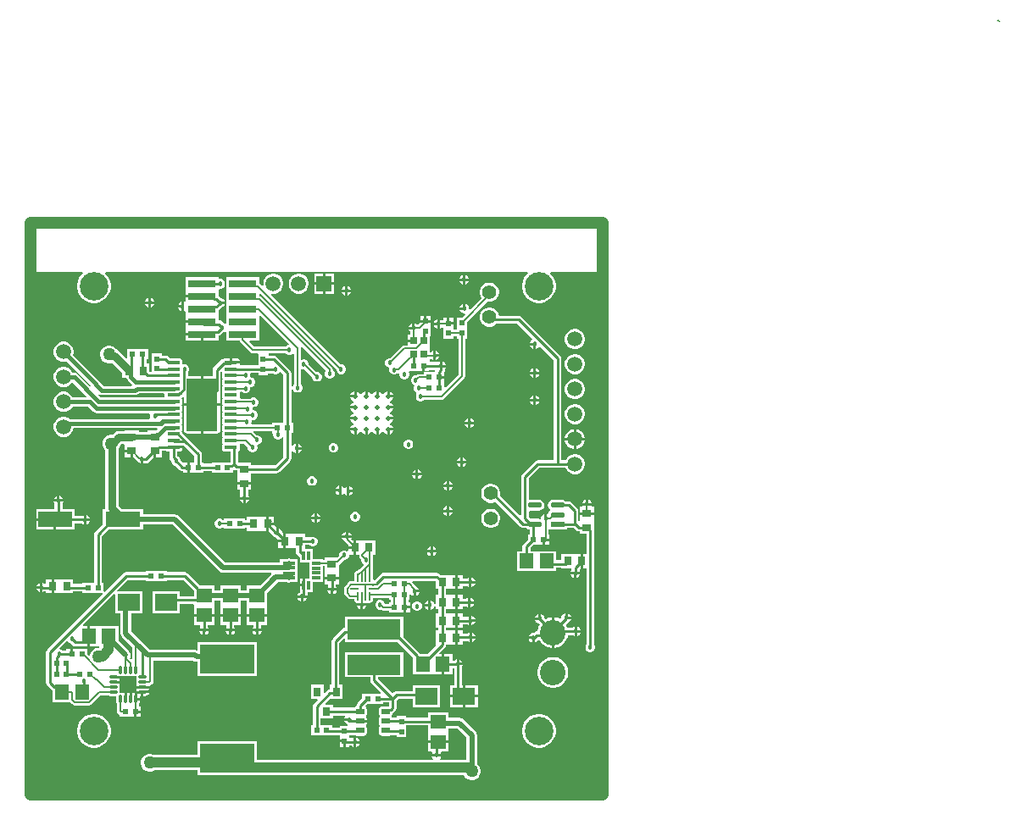
<source format=gtl>
G04*
G04 #@! TF.GenerationSoftware,Altium Limited,Altium Designer,21.0.8 (223)*
G04*
G04 Layer_Physical_Order=1*
G04 Layer_Color=255*
%FSLAX25Y25*%
%MOIN*%
G70*
G04*
G04 #@! TF.SameCoordinates,5411D855-6831-4FB7-8657-0D58C5C57482*
G04*
G04*
G04 #@! TF.FilePolarity,Positive*
G04*
G01*
G75*
%ADD10C,0.02000*%
%ADD12C,0.00500*%
%ADD18C,0.01000*%
%ADD19C,0.04724*%
%ADD20R,0.21260X0.11417*%
%ADD21R,0.03150X0.03543*%
%ADD22R,0.10984X0.02913*%
%ADD23R,0.02362X0.01968*%
%ADD24R,0.05512X0.05906*%
%ADD25R,0.05906X0.05512*%
%ADD26R,0.01968X0.02362*%
%ADD27R,0.03543X0.03150*%
%ADD28R,0.02756X0.02953*%
%ADD29O,0.00787X0.03347*%
%ADD30O,0.03347X0.00787*%
G04:AMPARAMS|DCode=31|XSize=21.65mil|YSize=31.5mil|CornerRadius=1.95mil|HoleSize=0mil|Usage=FLASHONLY|Rotation=90.000|XOffset=0mil|YOffset=0mil|HoleType=Round|Shape=RoundedRectangle|*
%AMROUNDEDRECTD31*
21,1,0.02165,0.02760,0,0,90.0*
21,1,0.01776,0.03150,0,0,90.0*
1,1,0.00390,0.01380,0.00888*
1,1,0.00390,0.01380,-0.00888*
1,1,0.00390,-0.01380,-0.00888*
1,1,0.00390,-0.01380,0.00888*
%
%ADD31ROUNDEDRECTD31*%
G04:AMPARAMS|DCode=32|XSize=13.78mil|YSize=49.21mil|CornerRadius=2mil|HoleSize=0mil|Usage=FLASHONLY|Rotation=90.000|XOffset=0mil|YOffset=0mil|HoleType=Round|Shape=RoundedRectangle|*
%AMROUNDEDRECTD32*
21,1,0.01378,0.04522,0,0,90.0*
21,1,0.00978,0.04921,0,0,90.0*
1,1,0.00400,0.02261,0.00489*
1,1,0.00400,0.02261,-0.00489*
1,1,0.00400,-0.02261,-0.00489*
1,1,0.00400,-0.02261,0.00489*
%
%ADD32ROUNDEDRECTD32*%
G04:AMPARAMS|DCode=33|XSize=122.05mil|YSize=203.94mil|CornerRadius=1.83mil|HoleSize=0mil|Usage=FLASHONLY|Rotation=0.000|XOffset=0mil|YOffset=0mil|HoleType=Round|Shape=RoundedRectangle|*
%AMROUNDEDRECTD33*
21,1,0.12205,0.20028,0,0,0.0*
21,1,0.11839,0.20394,0,0,0.0*
1,1,0.00366,0.05919,-0.10014*
1,1,0.00366,-0.05919,-0.10014*
1,1,0.00366,-0.05919,0.10014*
1,1,0.00366,0.05919,0.10014*
%
%ADD33ROUNDEDRECTD33*%
%ADD34O,0.01181X0.03347*%
%ADD35O,0.03347X0.01181*%
%ADD36R,0.06535X0.06535*%
%ADD37R,0.05118X0.01575*%
%ADD38R,0.01181X0.03347*%
%ADD39R,0.03347X0.01181*%
%ADD40R,0.13800X0.05900*%
%ADD41R,0.20866X0.07874*%
%ADD42R,0.08700X0.06700*%
G04:AMPARAMS|DCode=43|XSize=55.4mil|YSize=22.67mil|CornerRadius=11.34mil|HoleSize=0mil|Usage=FLASHONLY|Rotation=180.000|XOffset=0mil|YOffset=0mil|HoleType=Round|Shape=RoundedRectangle|*
%AMROUNDEDRECTD43*
21,1,0.05540,0.00000,0,0,180.0*
21,1,0.03273,0.02267,0,0,180.0*
1,1,0.02267,-0.01636,0.00000*
1,1,0.02267,0.01636,0.00000*
1,1,0.02267,0.01636,0.00000*
1,1,0.02267,-0.01636,0.00000*
%
%ADD43ROUNDEDRECTD43*%
%ADD44R,0.05540X0.02267*%
%ADD45C,0.04000*%
%ADD46C,0.01500*%
%ADD47C,0.03000*%
%ADD48C,0.00700*%
%ADD49C,0.05900*%
%ADD50C,0.11200*%
%ADD51C,0.10039*%
%ADD52C,0.05906*%
%ADD53R,0.05906X0.05906*%
%ADD54C,0.05500*%
%ADD55C,0.03000*%
%ADD56C,0.05000*%
%ADD57C,0.01800*%
%ADD58C,0.01968*%
G36*
X20440Y205480D02*
X20647Y204980D01*
X19873Y204207D01*
X19151Y203126D01*
X18654Y201925D01*
X18400Y200650D01*
Y199350D01*
X18654Y198075D01*
X19151Y196874D01*
X19873Y195793D01*
X20793Y194873D01*
X21874Y194151D01*
X23075Y193654D01*
X24350Y193400D01*
X25650D01*
X26925Y193654D01*
X28126Y194151D01*
X29207Y194873D01*
X30127Y195793D01*
X30849Y196874D01*
X31346Y198075D01*
X31600Y199350D01*
Y200650D01*
X31346Y201925D01*
X30849Y203126D01*
X30127Y204207D01*
X29353Y204980D01*
X29560Y205480D01*
X195440Y205480D01*
X195647Y204980D01*
X194873Y204207D01*
X194151Y203126D01*
X193654Y201925D01*
X193400Y200650D01*
Y199350D01*
X193654Y198075D01*
X194151Y196874D01*
X194873Y195793D01*
X195793Y194873D01*
X196874Y194151D01*
X198075Y193654D01*
X199350Y193400D01*
X200650D01*
X201925Y193654D01*
X203126Y194151D01*
X204207Y194873D01*
X205127Y195793D01*
X205849Y196874D01*
X206346Y198075D01*
X206600Y199350D01*
Y200650D01*
X206346Y201925D01*
X205849Y203126D01*
X205127Y204207D01*
X204353Y204980D01*
X204560Y205480D01*
X225000D01*
X225000Y205480D01*
Y500D01*
X225038Y462D01*
X224847Y0D01*
X0D01*
Y204980D01*
X500Y205480D01*
X20440D01*
D02*
G37*
%LPC*%
G36*
X170990Y204415D02*
Y203065D01*
X172339D01*
X172100Y203642D01*
X171566Y204176D01*
X170990Y204415D01*
D02*
G37*
G36*
X169990D02*
X169413Y204176D01*
X168879Y203642D01*
X168640Y203065D01*
X169990D01*
Y204415D01*
D02*
G37*
G36*
X119453Y204953D02*
X116000D01*
Y201500D01*
X119453D01*
Y204953D01*
D02*
G37*
G36*
X115000D02*
X111547D01*
Y201500D01*
X115000D01*
Y204953D01*
D02*
G37*
G36*
X172339Y202065D02*
X170990D01*
Y200716D01*
X171566Y200955D01*
X172100Y201489D01*
X172339Y202065D01*
D02*
G37*
G36*
X169990D02*
X168640D01*
X168879Y201489D01*
X169413Y200955D01*
X169990Y200716D01*
Y202065D01*
D02*
G37*
G36*
X96020Y204953D02*
X94980D01*
X93974Y204683D01*
X93073Y204163D01*
X92337Y203427D01*
X91817Y202526D01*
X91547Y201520D01*
Y200480D01*
X91575Y200376D01*
X91127Y200117D01*
X90362Y200881D01*
X90004Y201121D01*
Y203457D01*
X77020D01*
Y198957D01*
X77020Y198543D01*
X77020D01*
Y198457D01*
X77020D01*
Y193957D01*
X77020Y193543D01*
X77020D01*
Y193457D01*
X77020D01*
Y188543D01*
X77020D01*
Y188457D01*
X77020D01*
Y185457D01*
X76558Y185265D01*
X76521Y185302D01*
X75823Y185591D01*
X75748D01*
X75214Y186125D01*
X74718Y186456D01*
X74133Y186573D01*
X73980Y186725D01*
X73980Y188457D01*
X73980Y188957D01*
Y190707D01*
X74232Y190875D01*
X74880Y191524D01*
X74995D01*
X75694Y191813D01*
X76228Y192347D01*
X76467Y192923D01*
X74617D01*
Y193923D01*
X76467D01*
X76228Y194500D01*
X75694Y195034D01*
X74995Y195324D01*
X74880D01*
X74225Y195978D01*
X73980Y196142D01*
X73980Y198707D01*
X74409Y199100D01*
X74995D01*
X75694Y199389D01*
X76228Y199924D01*
X76517Y200622D01*
Y201378D01*
X76228Y202076D01*
X75694Y202611D01*
X74995Y202900D01*
X74239D01*
X73980Y203073D01*
Y203457D01*
X60996D01*
Y198957D01*
X60996Y198543D01*
X60996Y198043D01*
Y196500D01*
X67488D01*
Y195500D01*
X60996D01*
Y194115D01*
X60496Y193781D01*
X60331Y193849D01*
Y192000D01*
Y190151D01*
X60496Y190219D01*
X60996Y189885D01*
X60996Y188543D01*
X60996Y188043D01*
Y186500D01*
X67488D01*
Y185500D01*
X60996D01*
Y183543D01*
X60996D01*
Y183457D01*
X60996D01*
Y181500D01*
X67488D01*
Y181000D01*
X67988D01*
Y178543D01*
X73980D01*
Y180481D01*
X74295Y180544D01*
X74791Y180875D01*
X75708Y181791D01*
X75823D01*
X76521Y182081D01*
X76558Y182118D01*
X77020Y181926D01*
Y178543D01*
X82287D01*
X82334Y178306D01*
X82611Y177892D01*
X86503Y173999D01*
X86917Y173723D01*
X87405Y173626D01*
X89177D01*
X89559Y173341D01*
X89559Y173126D01*
Y168929D01*
X82749D01*
X82338Y169429D01*
X82344Y169459D01*
X78862D01*
Y169959D01*
X78362D01*
Y171672D01*
X76601D01*
X76133Y171579D01*
X75736Y171313D01*
X75698Y171256D01*
X75332Y171183D01*
X74836Y170852D01*
X72131Y168147D01*
X71799Y167651D01*
X71683Y167065D01*
Y164545D01*
X68043D01*
Y153825D01*
X74669D01*
Y158627D01*
X74742Y158994D01*
Y166171D01*
X74932Y166321D01*
X75528Y166173D01*
X75607Y166001D01*
X75471Y165798D01*
X75378Y165330D01*
Y164352D01*
X75471Y163884D01*
X75686Y163561D01*
X75471Y163239D01*
X75378Y162771D01*
Y161793D01*
X75471Y161325D01*
X75686Y161002D01*
X75471Y160680D01*
X75378Y160212D01*
Y159234D01*
X75471Y158766D01*
X75686Y158443D01*
X75471Y158121D01*
X75378Y157653D01*
Y156675D01*
X75471Y156207D01*
X75686Y155884D01*
X75471Y155562D01*
X75378Y155094D01*
Y154116D01*
X75471Y153647D01*
X75686Y153325D01*
X75471Y153003D01*
X75378Y152535D01*
Y151557D01*
X75471Y151088D01*
X75686Y150766D01*
X75471Y150444D01*
X75378Y149976D01*
Y148997D01*
X75471Y148529D01*
X75686Y148207D01*
X75471Y147885D01*
X75378Y147417D01*
Y146438D01*
X75471Y145970D01*
X75686Y145648D01*
X75471Y145326D01*
X75378Y144858D01*
Y143879D01*
X75471Y143411D01*
X75686Y143089D01*
X75471Y142767D01*
X75378Y142299D01*
Y141320D01*
X75471Y140852D01*
X75686Y140530D01*
X75471Y140208D01*
X75378Y139740D01*
Y138761D01*
X75471Y138293D01*
X75686Y137971D01*
X75471Y137649D01*
X75378Y137181D01*
Y136202D01*
X75471Y135734D01*
X75736Y135337D01*
X76133Y135072D01*
X76601Y134979D01*
X78575D01*
Y130835D01*
X78445Y130705D01*
X77996D01*
X77848Y130676D01*
X71394D01*
Y130221D01*
X68193D01*
Y130676D01*
X67541D01*
Y133794D01*
X67425Y134379D01*
X67093Y134875D01*
X61826Y140143D01*
X59708Y142260D01*
Y142299D01*
X59615Y142767D01*
X59400Y143089D01*
X59615Y143411D01*
X59708Y143879D01*
Y144858D01*
X59615Y145326D01*
X59400Y145648D01*
X59615Y145970D01*
X59708Y146438D01*
Y147417D01*
X59615Y147885D01*
X59400Y148207D01*
X59615Y148529D01*
X59708Y148997D01*
Y149976D01*
X59615Y150444D01*
X59400Y150766D01*
X59615Y151088D01*
X59708Y151557D01*
Y152535D01*
X59615Y153003D01*
X59400Y153325D01*
X59615Y153647D01*
X59708Y154116D01*
Y155094D01*
X59615Y155562D01*
X59400Y155884D01*
X59615Y156207D01*
X59665Y156455D01*
X59918Y156607D01*
X60398Y156361D01*
X60418Y156335D01*
Y153825D01*
X67043D01*
Y164545D01*
X61970D01*
Y166098D01*
X62196Y166324D01*
X62485Y167022D01*
Y167778D01*
X62196Y168476D01*
X61661Y169011D01*
X60963Y169300D01*
X60207D01*
X60124Y169266D01*
X59708Y169635D01*
Y170448D01*
X59615Y170916D01*
X59350Y171313D01*
X58953Y171579D01*
X58485Y171672D01*
X54903D01*
X54255Y172320D01*
X53758Y172652D01*
X53173Y172768D01*
X51711D01*
Y173619D01*
X47743D01*
Y169257D01*
Y166370D01*
X46800D01*
Y169541D01*
X45659D01*
Y171169D01*
X46311D01*
Y175137D01*
X38012D01*
Y171926D01*
X37550Y171735D01*
X34704Y174581D01*
X33877Y175133D01*
X33832Y175142D01*
X33735Y175310D01*
X33084Y175962D01*
X32285Y176422D01*
X31395Y176661D01*
X30474D01*
X29583Y176422D01*
X28785Y175962D01*
X28134Y175310D01*
X27673Y174512D01*
X27435Y173622D01*
Y172700D01*
X27673Y171810D01*
X28134Y171012D01*
X28785Y170360D01*
X29583Y169899D01*
X30474Y169661D01*
X31395D01*
X32199Y169876D01*
X36139Y165936D01*
Y163998D01*
X37783D01*
X37890Y163459D01*
X38277Y162880D01*
X39958Y161199D01*
X39750Y160699D01*
X28941D01*
X27211Y162429D01*
X26974Y162784D01*
X26974Y162784D01*
X16802Y172956D01*
X16993Y173671D01*
Y174711D01*
X16724Y175716D01*
X16204Y176617D01*
X15469Y177352D01*
X14568Y177872D01*
X13563Y178141D01*
X12523D01*
X11519Y177872D01*
X10618Y177352D01*
X9883Y176617D01*
X9362Y175716D01*
X9093Y174711D01*
Y173671D01*
X9362Y172667D01*
X9883Y171766D01*
X10618Y171031D01*
X11519Y170511D01*
X12523Y170241D01*
X13563D01*
X14278Y170433D01*
X23977Y160734D01*
X23978Y160687D01*
X23480Y160478D01*
X18503Y165454D01*
X17924Y165841D01*
X17242Y165977D01*
X16664D01*
X16204Y166774D01*
X15469Y167509D01*
X14568Y168029D01*
X13563Y168298D01*
X12523D01*
X11519Y168029D01*
X10618Y167509D01*
X9883Y166774D01*
X9362Y165873D01*
X9093Y164868D01*
Y163828D01*
X9362Y162824D01*
X9883Y161923D01*
X10618Y161188D01*
X11519Y160668D01*
X12523Y160398D01*
X13563D01*
X14568Y160668D01*
X15469Y161188D01*
X16204Y161923D01*
X16232Y161972D01*
X16857Y162054D01*
X22160Y156752D01*
X21968Y156290D01*
X16574D01*
X16204Y156931D01*
X15469Y157666D01*
X14568Y158186D01*
X13563Y158455D01*
X12523D01*
X11519Y158186D01*
X10618Y157666D01*
X9883Y156931D01*
X9362Y156030D01*
X9093Y155025D01*
Y153985D01*
X9362Y152981D01*
X9883Y152080D01*
X10618Y151345D01*
X11519Y150825D01*
X12523Y150555D01*
X13563D01*
X14568Y150825D01*
X15469Y151345D01*
X16204Y152080D01*
X16574Y152721D01*
X22655D01*
X24787Y150588D01*
X24787Y150588D01*
X25366Y150201D01*
X26049Y150066D01*
X46860D01*
X47138Y149650D01*
X47025Y149378D01*
Y148622D01*
X47165Y148284D01*
X46831Y147784D01*
X42679D01*
X42679Y147784D01*
X42530Y147754D01*
X15541D01*
X15538Y147754D01*
X15469Y147823D01*
X14568Y148343D01*
X13563Y148612D01*
X12523D01*
X11519Y148343D01*
X10618Y147823D01*
X9883Y147088D01*
X9362Y146187D01*
X9093Y145182D01*
Y144142D01*
X9362Y143138D01*
X9883Y142237D01*
X10618Y141502D01*
X11519Y140982D01*
X12523Y140712D01*
X13563D01*
X14568Y140982D01*
X15469Y141502D01*
X16204Y142237D01*
X16724Y143138D01*
X16993Y144142D01*
Y144185D01*
X42649D01*
X42798Y144215D01*
X49822D01*
X50013Y143753D01*
X49475Y143215D01*
X46138D01*
Y142680D01*
X42565D01*
Y143215D01*
X37022D01*
Y143115D01*
X34800D01*
X33825Y142921D01*
X32998Y142368D01*
X32247Y141617D01*
X31350D01*
X30459Y141378D01*
X29661Y140918D01*
X29010Y140266D01*
X28549Y139468D01*
X28310Y138578D01*
Y137656D01*
X28549Y136766D01*
X29010Y135968D01*
X29494Y135483D01*
Y112591D01*
X29507Y112528D01*
X29190Y112141D01*
X28543D01*
Y106404D01*
X25489Y103350D01*
X25158Y102854D01*
X25041Y102269D01*
Y83394D01*
X20453D01*
Y82939D01*
X16831D01*
Y84772D01*
X11819D01*
X11681Y84772D01*
X11319D01*
X11181Y84772D01*
X9244D01*
Y82000D01*
Y79228D01*
X11181D01*
X11319Y79228D01*
X11681D01*
X11819Y79228D01*
X16831D01*
Y79880D01*
X20453D01*
Y79425D01*
X28237D01*
X28444Y78925D01*
X6559Y57040D01*
X6227Y56544D01*
X6111Y55959D01*
Y43875D01*
X6227Y43290D01*
X6559Y42794D01*
X8210Y41143D01*
X8706Y40811D01*
X8775Y40798D01*
Y36416D01*
X15568D01*
X16523Y35461D01*
X16936Y35185D01*
X17424Y35088D01*
X23168D01*
X23656Y35185D01*
X24069Y35461D01*
X27619Y39011D01*
X30588D01*
X30923Y38788D01*
X31543Y38664D01*
X33279D01*
X33714Y38618D01*
X33760Y38183D01*
Y36447D01*
X33884Y35827D01*
X34107Y35492D01*
Y32793D01*
X34204Y32305D01*
X34481Y31892D01*
X34773Y31599D01*
X35169Y31334D01*
Y30516D01*
X40787D01*
Y32500D01*
X41287D01*
Y33000D01*
X43468D01*
Y34484D01*
X42562D01*
Y35492D01*
X42786Y35827D01*
X42909Y36447D01*
Y37030D01*
X41287D01*
Y38030D01*
X42909D01*
Y38183D01*
X42956Y38618D01*
X43390Y38664D01*
X43543D01*
Y40286D01*
X44043D01*
Y40786D01*
X46648D01*
X46624Y40907D01*
X46381Y41270D01*
X46624Y41634D01*
X46648Y41754D01*
X44043D01*
Y42601D01*
X45126D01*
X45747Y42724D01*
X45791Y42754D01*
X46994D01*
X47120Y42943D01*
X47160Y42951D01*
X47607Y43250D01*
X48017Y43660D01*
X48315Y44106D01*
X48420Y44633D01*
Y52750D01*
X63875D01*
X64511Y52325D01*
X65291Y52170D01*
X65870D01*
Y46479D01*
X89130D01*
Y59896D01*
X65870D01*
Y56975D01*
X65370Y56697D01*
X64711Y56828D01*
X46960D01*
X45485Y58302D01*
X39572Y64215D01*
Y71136D01*
X43938D01*
Y79836D01*
X34334D01*
X34143Y80298D01*
X38256Y84412D01*
X45362D01*
Y83957D01*
X53661D01*
Y84412D01*
X60081D01*
X64335Y80158D01*
Y78071D01*
X58838D01*
Y79836D01*
X48138D01*
Y71136D01*
X58838D01*
Y75012D01*
X63981D01*
X64335Y74658D01*
X64335Y74250D01*
X64335Y74112D01*
Y70994D01*
X72240D01*
Y74112D01*
X72240Y74250D01*
Y74612D01*
X72240Y74750D01*
Y76329D01*
X74652D01*
Y74750D01*
X74652Y74612D01*
Y74250D01*
X74652Y74112D01*
Y70994D01*
X82558D01*
Y74112D01*
X82558Y74250D01*
Y74612D01*
X82558Y74750D01*
Y76329D01*
X85200D01*
Y74750D01*
X85200Y74612D01*
Y74250D01*
X85200Y74112D01*
Y70994D01*
X93106D01*
Y74112D01*
X93106Y74250D01*
Y74612D01*
X93106Y74750D01*
Y79240D01*
X97359Y83494D01*
X100842D01*
X101618Y83339D01*
X102394Y83494D01*
X102693D01*
X103182Y83591D01*
X105177D01*
Y87528D01*
Y92678D01*
X102543D01*
X102398Y92774D01*
X101618Y92929D01*
X100838Y92774D01*
X100693Y92678D01*
X98059D01*
Y91355D01*
X76507D01*
X58228Y109633D01*
X57566Y110075D01*
X56786Y110231D01*
X44343D01*
Y112141D01*
X36098D01*
X34592Y113647D01*
Y135949D01*
X34611Y135968D01*
X35072Y136766D01*
X35243Y137403D01*
X35856Y138017D01*
X36651D01*
X37022Y137704D01*
Y135629D01*
X39793D01*
Y135129D01*
X40293D01*
Y132554D01*
X40762D01*
X41778Y131539D01*
X42105Y131320D01*
X42228Y131024D01*
X42762Y130490D01*
X43338Y130251D01*
Y132101D01*
X44338D01*
Y130251D01*
X44494Y130316D01*
X44496Y130315D01*
X45429D01*
X46014Y130431D01*
X46510Y130763D01*
X48301Y132554D01*
X48410D01*
Y135129D01*
X49410D01*
Y132554D01*
X51682D01*
Y135162D01*
X53361D01*
X53495Y135072D01*
X53964Y134979D01*
X54695D01*
Y132508D01*
X54811Y131923D01*
X55143Y131426D01*
X55327Y131243D01*
Y130911D01*
X55616Y130213D01*
X56150Y129678D01*
X56849Y129389D01*
X56964D01*
X58743Y127610D01*
X59239Y127278D01*
X59824Y127162D01*
X59894D01*
Y126707D01*
X61575D01*
Y128691D01*
Y130676D01*
X60003D01*
X59127Y131552D01*
Y131667D01*
X58837Y132365D01*
X58303Y132900D01*
X57778Y133117D01*
X57754Y133141D01*
Y134979D01*
X58485D01*
X58953Y135072D01*
X59350Y135337D01*
X59615Y135734D01*
X59706Y136191D01*
X56224D01*
Y137191D01*
X59717D01*
X59759Y137241D01*
X60360Y137283D01*
X64482Y133160D01*
Y130676D01*
X62575D01*
Y128691D01*
Y126707D01*
X68193D01*
Y127162D01*
X71394D01*
Y126707D01*
X79693D01*
Y127640D01*
X79813Y127760D01*
X80128Y127939D01*
X80543Y127662D01*
X81128Y127546D01*
X81272D01*
Y125510D01*
X81272Y125373D01*
Y125010D01*
X81272Y124873D01*
Y122935D01*
X84043D01*
X86815D01*
Y124873D01*
X86815Y125010D01*
Y125373D01*
X86815Y125510D01*
Y126418D01*
X96865D01*
X97451Y126534D01*
X97947Y126866D01*
X102125Y131044D01*
X102456Y131540D01*
X102573Y132125D01*
Y135154D01*
X103073Y135254D01*
X103130Y135115D01*
X103664Y134581D01*
X104241Y134342D01*
Y136191D01*
Y138041D01*
X103664Y137802D01*
X103130Y137268D01*
X103073Y137129D01*
X102573Y137229D01*
Y142384D01*
X103281D01*
Y146353D01*
X102573D01*
Y165826D01*
X102456Y166411D01*
X102125Y166907D01*
X96791Y172241D01*
X96294Y172573D01*
X95709Y172689D01*
X93881D01*
X93670Y172900D01*
X93701Y173471D01*
X93909Y173626D01*
X100417D01*
X100753Y173290D01*
X101452Y173001D01*
X102208D01*
X102906Y173290D01*
X103329Y173713D01*
X103829Y173555D01*
Y161454D01*
X103492Y161118D01*
X103203Y160419D01*
Y159663D01*
X103492Y158965D01*
X104027Y158431D01*
X104725Y158141D01*
X105481D01*
X106179Y158431D01*
X106714Y158965D01*
X107003Y159663D01*
Y160419D01*
X106714Y161118D01*
X106378Y161454D01*
Y167140D01*
X106878Y167475D01*
X107110Y167378D01*
X107732D01*
X110807Y164303D01*
Y163974D01*
X111097Y163276D01*
X111631Y162741D01*
X112329Y162452D01*
X113085D01*
X113784Y162741D01*
X114318Y163276D01*
X114607Y163974D01*
Y164730D01*
X114318Y165428D01*
X113784Y165963D01*
X113085Y166252D01*
X112463D01*
X109388Y169327D01*
Y169656D01*
X109099Y170355D01*
X108564Y170889D01*
X107866Y171178D01*
X107110D01*
X106878Y171082D01*
X106378Y171416D01*
Y175651D01*
X106311Y175986D01*
X106772Y176232D01*
X116303Y166701D01*
X116157Y166556D01*
X115868Y165857D01*
Y165102D01*
X116157Y164403D01*
X116692Y163869D01*
X117390Y163579D01*
X118146D01*
X118844Y163869D01*
X119379Y164403D01*
X119668Y165102D01*
Y165857D01*
X119379Y166556D01*
X118951Y166983D01*
Y167129D01*
X118854Y167617D01*
X118578Y168031D01*
X90914Y195694D01*
X90501Y195971D01*
X90013Y196068D01*
X90004D01*
Y196982D01*
X90466Y197173D01*
X120275Y167364D01*
Y166888D01*
X120564Y166190D01*
X121098Y165656D01*
X121797Y165366D01*
X122553D01*
X123251Y165656D01*
X123785Y166190D01*
X124075Y166888D01*
Y167644D01*
X123785Y168343D01*
X123251Y168877D01*
X122553Y169166D01*
X122077D01*
X94617Y196627D01*
X94876Y197075D01*
X94980Y197047D01*
X96020D01*
X97026Y197317D01*
X97927Y197837D01*
X98663Y198573D01*
X99183Y199474D01*
X99453Y200480D01*
Y201520D01*
X99183Y202526D01*
X98663Y203427D01*
X97927Y204163D01*
X97026Y204683D01*
X96020Y204953D01*
D02*
G37*
G36*
X124763Y200050D02*
Y198700D01*
X126112D01*
X125874Y199277D01*
X125339Y199811D01*
X124763Y200050D01*
D02*
G37*
G36*
X123763D02*
X123187Y199811D01*
X122652Y199277D01*
X122414Y198700D01*
X123763D01*
Y200050D01*
D02*
G37*
G36*
X119453Y200500D02*
X116000D01*
Y197047D01*
X119453D01*
Y200500D01*
D02*
G37*
G36*
X115000D02*
X111547D01*
Y197047D01*
X115000D01*
Y200500D01*
D02*
G37*
G36*
X106020Y204953D02*
X104980D01*
X103974Y204683D01*
X103073Y204163D01*
X102337Y203427D01*
X101817Y202526D01*
X101547Y201520D01*
Y200480D01*
X101817Y199474D01*
X102337Y198573D01*
X103073Y197837D01*
X103974Y197317D01*
X104980Y197047D01*
X106020D01*
X107026Y197317D01*
X107927Y197837D01*
X108663Y198573D01*
X109183Y199474D01*
X109453Y200480D01*
Y201520D01*
X109183Y202526D01*
X108663Y203427D01*
X107927Y204163D01*
X107026Y204683D01*
X106020Y204953D01*
D02*
G37*
G36*
X126112Y197701D02*
X124763D01*
Y196351D01*
X125339Y196590D01*
X125874Y197124D01*
X126112Y197701D01*
D02*
G37*
G36*
X123763D02*
X122414D01*
X122652Y197124D01*
X123187Y196590D01*
X123763Y196351D01*
Y197701D01*
D02*
G37*
G36*
X47405Y195444D02*
Y194094D01*
X48754D01*
X48515Y194670D01*
X47981Y195205D01*
X47405Y195444D01*
D02*
G37*
G36*
X46405D02*
X45828Y195205D01*
X45294Y194670D01*
X45055Y194094D01*
X46405D01*
Y195444D01*
D02*
G37*
G36*
X180994Y201414D02*
X180006D01*
X179052Y201158D01*
X178198Y200665D01*
X177499Y199966D01*
X177006Y199111D01*
X176750Y198158D01*
Y197170D01*
X177006Y196216D01*
X177499Y195361D01*
X177530Y195331D01*
X173042Y190843D01*
X172542Y191050D01*
Y191571D01*
X172252Y192269D01*
X171718Y192804D01*
X171142Y193042D01*
Y191193D01*
X170642D01*
Y190693D01*
X168792D01*
X169031Y190117D01*
X169565Y189582D01*
X170264Y189293D01*
X170785D01*
X170992Y188793D01*
X169839Y187640D01*
X167673D01*
Y182797D01*
X166326D01*
Y184939D01*
X164342D01*
Y185439D01*
X163842D01*
Y187620D01*
X162358D01*
Y186570D01*
X161674D01*
X161481Y186762D01*
X160905Y187001D01*
Y185152D01*
Y183302D01*
X161481Y183541D01*
X161858Y183917D01*
X162358Y183771D01*
Y179321D01*
X166326D01*
Y180248D01*
X167673D01*
Y179341D01*
X168383D01*
Y165185D01*
X163316Y160119D01*
X162854Y160310D01*
Y161821D01*
X162854D01*
Y162191D01*
X162854D01*
Y163676D01*
X160673D01*
Y164676D01*
X162854D01*
Y166160D01*
X162854Y166160D01*
X162929Y166629D01*
X163008Y167025D01*
Y167427D01*
X163089Y167509D01*
X163328Y168085D01*
X161478D01*
Y168585D01*
X160978D01*
Y170434D01*
X160402Y170196D01*
X160366Y170160D01*
X157226D01*
X156916Y170547D01*
X157031Y170793D01*
X157032Y170793D01*
X157031Y170793D01*
Y171408D01*
X157531Y171465D01*
X157827Y171170D01*
X158403Y170931D01*
Y172780D01*
Y174630D01*
X157827Y174391D01*
X157531Y174095D01*
X157031Y174153D01*
Y175745D01*
X157031Y175745D01*
Y176108D01*
X157031D01*
X157031Y176245D01*
Y180128D01*
X157327D01*
Y184065D01*
Y185747D01*
X153237D01*
X152484Y184994D01*
X151976D01*
X151764Y185205D01*
X151188Y185444D01*
Y183595D01*
X150688D01*
Y183095D01*
X148838D01*
X149077Y182518D01*
X149413Y182182D01*
Y181061D01*
X148338D01*
Y179084D01*
X150716D01*
Y178084D01*
X148338D01*
Y176770D01*
X146996D01*
X146509Y176673D01*
X146095Y176397D01*
X141401Y171702D01*
X140925D01*
X140227Y171413D01*
X139692Y170878D01*
X139403Y170180D01*
Y169424D01*
X139692Y168726D01*
X140227Y168191D01*
X140925Y167902D01*
X141167Y167540D01*
X141143Y167483D01*
Y166727D01*
X141432Y166029D01*
X141967Y165495D01*
X142665Y165205D01*
X143421D01*
X144120Y165495D01*
X144402Y165777D01*
X144984Y165700D01*
X145112Y165545D01*
Y164890D01*
X145401Y164192D01*
X145936Y163657D01*
X146634Y163368D01*
X147390D01*
X148088Y163657D01*
X148623Y164192D01*
X148912Y164890D01*
Y165646D01*
X148686Y166191D01*
X148884Y166599D01*
X148979Y166691D01*
X154154D01*
Y168676D01*
X155154D01*
Y166691D01*
X156835D01*
Y167101D01*
X158902D01*
X159196Y166638D01*
X159044Y166160D01*
X154555D01*
Y165450D01*
X152685D01*
X152197Y165353D01*
X151784Y165077D01*
X151602Y164894D01*
X151126D01*
X150428Y164605D01*
X149893Y164071D01*
X149604Y163373D01*
Y162617D01*
X149893Y161918D01*
X150428Y161384D01*
X150687Y161276D01*
X151031Y160913D01*
X150742Y160215D01*
Y159459D01*
X151031Y158761D01*
X151566Y158226D01*
X151762Y158145D01*
X151766Y158128D01*
X151813Y157582D01*
X151565Y156984D01*
Y156228D01*
X151854Y155529D01*
X152389Y154995D01*
X153087Y154706D01*
X153843D01*
X154541Y154995D01*
X154878Y155331D01*
X161606D01*
X162093Y155428D01*
X162507Y155705D01*
X170559Y163756D01*
X170835Y164170D01*
X170932Y164657D01*
Y179341D01*
X171642D01*
Y183278D01*
Y185838D01*
X179779Y193975D01*
X180006Y193914D01*
X180994D01*
X181948Y194169D01*
X182802Y194663D01*
X183501Y195361D01*
X183994Y196216D01*
X184250Y197170D01*
Y198158D01*
X183994Y199111D01*
X183501Y199966D01*
X182802Y200665D01*
X181948Y201158D01*
X180994Y201414D01*
D02*
G37*
G36*
X59331Y193849D02*
X58754Y193611D01*
X58220Y193076D01*
X57981Y192500D01*
X59331D01*
Y193849D01*
D02*
G37*
G36*
X48754Y193094D02*
X47405D01*
Y191745D01*
X47981Y191983D01*
X48515Y192518D01*
X48754Y193094D01*
D02*
G37*
G36*
X46405D02*
X45055D01*
X45294Y192518D01*
X45828Y191983D01*
X46405Y191745D01*
Y193094D01*
D02*
G37*
G36*
X170142Y193042D02*
X169565Y192804D01*
X169031Y192269D01*
X168792Y191693D01*
X170142D01*
Y193042D01*
D02*
G37*
G36*
X59331Y191500D02*
X57981D01*
X58220Y190924D01*
X58754Y190389D01*
X59331Y190151D01*
Y191500D01*
D02*
G37*
G36*
X157327Y188428D02*
X155842D01*
Y186747D01*
X157327D01*
Y188428D01*
D02*
G37*
G36*
X154842D02*
X153358D01*
Y186747D01*
X154842D01*
Y188428D01*
D02*
G37*
G36*
X166326Y187620D02*
X164842D01*
Y185939D01*
X166326D01*
Y187620D01*
D02*
G37*
G36*
X159905Y187001D02*
X159329Y186762D01*
X158794Y186228D01*
X158555Y185652D01*
X159905D01*
Y187001D01*
D02*
G37*
G36*
X150188Y185444D02*
X149611Y185205D01*
X149077Y184671D01*
X148838Y184095D01*
X150188D01*
Y185444D01*
D02*
G37*
G36*
X159905Y184652D02*
X158555D01*
X158794Y184075D01*
X159329Y183541D01*
X159905Y183302D01*
Y184652D01*
D02*
G37*
G36*
X66988Y180500D02*
X60996D01*
Y178543D01*
X66988D01*
Y180500D01*
D02*
G37*
G36*
X197774Y176727D02*
X196424D01*
X196663Y176150D01*
X197197Y175616D01*
X197774Y175377D01*
Y176727D01*
D02*
G37*
G36*
X214618Y183149D02*
X213578D01*
X212573Y182880D01*
X211672Y182360D01*
X210937Y181624D01*
X210417Y180724D01*
X210148Y179719D01*
Y178679D01*
X210417Y177674D01*
X210937Y176774D01*
X211672Y176038D01*
X212573Y175518D01*
X213578Y175249D01*
X214618D01*
X215622Y175518D01*
X216523Y176038D01*
X217259Y176774D01*
X217779Y177674D01*
X218048Y178679D01*
Y179719D01*
X217779Y180724D01*
X217259Y181624D01*
X216523Y182360D01*
X215622Y182880D01*
X214618Y183149D01*
D02*
G37*
G36*
X159403Y174630D02*
Y173280D01*
X160753D01*
X160514Y173857D01*
X159980Y174391D01*
X159403Y174630D01*
D02*
G37*
G36*
X160753Y172280D02*
X159403D01*
Y170931D01*
X159980Y171170D01*
X160514Y171704D01*
X160753Y172280D01*
D02*
G37*
G36*
X81123Y171672D02*
X79362D01*
Y170459D01*
X82344D01*
X82253Y170916D01*
X81988Y171313D01*
X81591Y171579D01*
X81123Y171672D01*
D02*
G37*
G36*
X161978Y170434D02*
Y169085D01*
X163328D01*
X163089Y169661D01*
X162555Y170196D01*
X161978Y170434D01*
D02*
G37*
G36*
X198774Y167741D02*
Y166392D01*
X200123D01*
X199884Y166968D01*
X199350Y167503D01*
X198774Y167741D01*
D02*
G37*
G36*
X197774D02*
X197197Y167503D01*
X196663Y166968D01*
X196424Y166392D01*
X197774D01*
Y167741D01*
D02*
G37*
G36*
X214618Y173307D02*
X213578D01*
X212573Y173038D01*
X211672Y172517D01*
X210937Y171782D01*
X210417Y170881D01*
X210148Y169877D01*
Y168837D01*
X210417Y167832D01*
X210937Y166931D01*
X211672Y166196D01*
X212573Y165676D01*
X213578Y165407D01*
X214618D01*
X215622Y165676D01*
X216523Y166196D01*
X217259Y166931D01*
X217779Y167832D01*
X218048Y168837D01*
Y169877D01*
X217779Y170881D01*
X217259Y171782D01*
X216523Y172517D01*
X215622Y173038D01*
X214618Y173307D01*
D02*
G37*
G36*
X200123Y165392D02*
X198774D01*
Y164042D01*
X199350Y164281D01*
X199884Y164816D01*
X200123Y165392D01*
D02*
G37*
G36*
X197774D02*
X196424D01*
X196663Y164816D01*
X197197Y164281D01*
X197774Y164042D01*
Y165392D01*
D02*
G37*
G36*
X140213Y158612D02*
X139588Y158354D01*
X139030Y157796D01*
X138818Y157282D01*
X138277D01*
X138064Y157796D01*
X137506Y158354D01*
X136882Y158612D01*
Y156672D01*
X135882D01*
Y158612D01*
X135258Y158354D01*
X134700Y157796D01*
X134487Y157282D01*
X133946D01*
X133733Y157796D01*
X133175Y158354D01*
X132551Y158612D01*
Y156672D01*
X131551D01*
Y158612D01*
X130927Y158354D01*
X130369Y157796D01*
X130156Y157282D01*
X129615D01*
X129403Y157796D01*
X128844Y158354D01*
X128220Y158612D01*
Y156672D01*
X127720D01*
Y156172D01*
X125780D01*
X126038Y155548D01*
X126596Y154990D01*
X127110Y154777D01*
Y154236D01*
X126596Y154023D01*
X126038Y153465D01*
X125780Y152841D01*
X127720D01*
Y151841D01*
X125780D01*
X126038Y151217D01*
X126596Y150659D01*
X127110Y150446D01*
Y149905D01*
X126596Y149692D01*
X126038Y149134D01*
X125780Y148510D01*
X127720D01*
Y147510D01*
X125780D01*
X126038Y146886D01*
X126596Y146328D01*
X127110Y146116D01*
Y145574D01*
X126596Y145362D01*
X126038Y144804D01*
X125780Y144180D01*
X127720D01*
Y143680D01*
X128220D01*
Y141739D01*
X128844Y141997D01*
X129403Y142556D01*
X129615Y143069D01*
X130156D01*
X130369Y142556D01*
X130927Y141997D01*
X131551Y141739D01*
Y143680D01*
X132551D01*
Y141739D01*
X133175Y141997D01*
X133733Y142556D01*
X133946Y143069D01*
X134487D01*
X134700Y142556D01*
X135258Y141997D01*
X135882Y141739D01*
Y143680D01*
X136882D01*
Y141739D01*
X137506Y141997D01*
X138064Y142556D01*
X138277Y143069D01*
X138818D01*
X139030Y142556D01*
X139588Y141997D01*
X140213Y141739D01*
Y143680D01*
X140712D01*
Y144180D01*
X142653D01*
X142395Y144804D01*
X141837Y145362D01*
X141323Y145574D01*
Y146116D01*
X141837Y146328D01*
X142395Y146886D01*
X142653Y147510D01*
X140712D01*
Y148510D01*
X142653D01*
X142395Y149134D01*
X141837Y149692D01*
X141323Y149905D01*
Y150446D01*
X141837Y150659D01*
X142395Y151217D01*
X142653Y151841D01*
X140712D01*
Y152841D01*
X142653D01*
X142395Y153465D01*
X141837Y154023D01*
X141323Y154236D01*
Y154777D01*
X141837Y154990D01*
X142395Y155548D01*
X142653Y156172D01*
X140712D01*
Y156672D01*
X140213D01*
Y158612D01*
D02*
G37*
G36*
X141212D02*
Y157172D01*
X142653D01*
X142395Y157796D01*
X141837Y158354D01*
X141212Y158612D01*
D02*
G37*
G36*
X127220D02*
X126596Y158354D01*
X126038Y157796D01*
X125780Y157172D01*
X127220D01*
Y158612D01*
D02*
G37*
G36*
X198774Y157005D02*
Y155656D01*
X200123D01*
X199884Y156232D01*
X199350Y156766D01*
X198774Y157005D01*
D02*
G37*
G36*
X197774D02*
X197197Y156766D01*
X196663Y156232D01*
X196424Y155656D01*
X197774D01*
Y157005D01*
D02*
G37*
G36*
X214618Y163464D02*
X213578D01*
X212573Y163195D01*
X211672Y162675D01*
X210937Y161940D01*
X210417Y161039D01*
X210148Y160034D01*
Y158994D01*
X210417Y157990D01*
X210937Y157089D01*
X211672Y156353D01*
X212573Y155833D01*
X213578Y155564D01*
X214618D01*
X215622Y155833D01*
X216523Y156353D01*
X217259Y157089D01*
X217779Y157990D01*
X218048Y158994D01*
Y160034D01*
X217779Y161039D01*
X217259Y161940D01*
X216523Y162675D01*
X215622Y163195D01*
X214618Y163464D01*
D02*
G37*
G36*
X200123Y154656D02*
X198774D01*
Y153306D01*
X199350Y153545D01*
X199884Y154079D01*
X200123Y154656D01*
D02*
G37*
G36*
X197774D02*
X196424D01*
X196663Y154079D01*
X197197Y153545D01*
X197774Y153306D01*
Y154656D01*
D02*
G37*
G36*
X173195Y148041D02*
Y146691D01*
X174544D01*
X174305Y147268D01*
X173771Y147802D01*
X173195Y148041D01*
D02*
G37*
G36*
X172195D02*
X171618Y147802D01*
X171084Y147268D01*
X170845Y146691D01*
X172195D01*
Y148041D01*
D02*
G37*
G36*
X214618Y153622D02*
X213578D01*
X212573Y153352D01*
X211672Y152832D01*
X210937Y152097D01*
X210417Y151196D01*
X210148Y150192D01*
Y149152D01*
X210417Y148147D01*
X210937Y147246D01*
X211672Y146511D01*
X212573Y145991D01*
X213578Y145722D01*
X214618D01*
X215622Y145991D01*
X216523Y146511D01*
X217259Y147246D01*
X217779Y148147D01*
X218048Y149152D01*
Y150192D01*
X217779Y151196D01*
X217259Y152097D01*
X216523Y152832D01*
X215622Y153352D01*
X214618Y153622D01*
D02*
G37*
G36*
X174544Y145691D02*
X173195D01*
Y144342D01*
X173771Y144581D01*
X174305Y145115D01*
X174544Y145691D01*
D02*
G37*
G36*
X172195D02*
X170845D01*
X171084Y145115D01*
X171618Y144581D01*
X172195Y144342D01*
Y145691D01*
D02*
G37*
G36*
X74669Y152825D02*
X68043D01*
Y142105D01*
X73462D01*
X73924Y142197D01*
X74316Y142458D01*
X74577Y142850D01*
X74669Y143312D01*
Y152825D01*
D02*
G37*
G36*
X67043D02*
X60418D01*
Y143312D01*
X60510Y142850D01*
X60771Y142458D01*
X61162Y142197D01*
X61624Y142105D01*
X67043D01*
Y152825D01*
D02*
G37*
G36*
X142653Y143180D02*
X141212D01*
Y141739D01*
X141837Y141997D01*
X142395Y142556D01*
X142653Y143180D01*
D02*
G37*
G36*
X127220D02*
X125780D01*
X126038Y142556D01*
X126596Y141997D01*
X127220Y141739D01*
Y143180D01*
D02*
G37*
G36*
X214618Y143779D02*
X214598D01*
Y140329D01*
X218048D01*
Y140349D01*
X217779Y141354D01*
X217259Y142254D01*
X216523Y142990D01*
X215622Y143510D01*
X214618Y143779D01*
D02*
G37*
G36*
X213598D02*
X213578D01*
X212573Y143510D01*
X211672Y142990D01*
X210937Y142254D01*
X210417Y141354D01*
X210148Y140349D01*
Y140329D01*
X213598D01*
Y143779D01*
D02*
G37*
G36*
X105241Y138041D02*
Y136691D01*
X106590D01*
X106351Y137268D01*
X105817Y137802D01*
X105241Y138041D01*
D02*
G37*
G36*
X218048Y139329D02*
X214598D01*
Y135879D01*
X214618D01*
X215622Y136148D01*
X216523Y136668D01*
X217259Y137404D01*
X217779Y138304D01*
X218048Y139309D01*
Y139329D01*
D02*
G37*
G36*
X213598D02*
X210148D01*
Y139309D01*
X210417Y138304D01*
X210937Y137404D01*
X211672Y136668D01*
X212573Y136148D01*
X213578Y135879D01*
X213598D01*
Y139329D01*
D02*
G37*
G36*
X149002Y139652D02*
X148246D01*
X147548Y139363D01*
X147014Y138828D01*
X146724Y138130D01*
Y137374D01*
X147014Y136676D01*
X147548Y136142D01*
X148246Y135852D01*
X149002D01*
X149701Y136142D01*
X150235Y136676D01*
X150524Y137374D01*
Y138130D01*
X150235Y138828D01*
X149701Y139363D01*
X149002Y139652D01*
D02*
G37*
G36*
X119536Y138306D02*
X118780D01*
X118081Y138016D01*
X117547Y137482D01*
X117258Y136784D01*
Y136028D01*
X117547Y135329D01*
X118081Y134795D01*
X118780Y134506D01*
X119536D01*
X120234Y134795D01*
X120768Y135329D01*
X121058Y136028D01*
Y136784D01*
X120768Y137482D01*
X120234Y138016D01*
X119536Y138306D01*
D02*
G37*
G36*
X106590Y135691D02*
X105241D01*
Y134342D01*
X105817Y134581D01*
X106351Y135115D01*
X106590Y135691D01*
D02*
G37*
G36*
X39293Y134629D02*
X37022D01*
Y132554D01*
X39293D01*
Y134629D01*
D02*
G37*
G36*
X170053Y132572D02*
Y131223D01*
X171403D01*
X171164Y131799D01*
X170629Y132333D01*
X170053Y132572D01*
D02*
G37*
G36*
X169053D02*
X168477Y132333D01*
X167942Y131799D01*
X167704Y131223D01*
X169053D01*
Y132572D01*
D02*
G37*
G36*
X171403Y130223D02*
X170053D01*
Y128873D01*
X170629Y129112D01*
X171164Y129646D01*
X171403Y130223D01*
D02*
G37*
G36*
X169053D02*
X167704D01*
X167942Y129646D01*
X168477Y129112D01*
X169053Y128873D01*
Y130223D01*
D02*
G37*
G36*
X152543Y127836D02*
Y126487D01*
X153893D01*
X153654Y127063D01*
X153120Y127597D01*
X152543Y127836D01*
D02*
G37*
G36*
X151543D02*
X150967Y127597D01*
X150433Y127063D01*
X150194Y126487D01*
X151543D01*
Y127836D01*
D02*
G37*
G36*
X180994Y191571D02*
X180006D01*
X179052Y191316D01*
X178198Y190822D01*
X177499Y190124D01*
X177006Y189269D01*
X176750Y188315D01*
Y187328D01*
X177006Y186374D01*
X177499Y185519D01*
X178198Y184820D01*
X179052Y184327D01*
X180006Y184071D01*
X180994D01*
X181948Y184327D01*
X182802Y184820D01*
X183321Y185339D01*
X191392D01*
X197372Y179360D01*
X197274Y178869D01*
X197197Y178837D01*
X196663Y178303D01*
X196424Y177727D01*
X198274D01*
Y177227D01*
X198774D01*
Y175377D01*
X199350Y175616D01*
X199879Y176145D01*
X199981Y176240D01*
X200407Y176325D01*
X205802Y170929D01*
Y131516D01*
X199468D01*
X198882Y131400D01*
X198386Y131068D01*
X193421Y126103D01*
X193089Y125607D01*
X192973Y125021D01*
Y110003D01*
X192511Y109812D01*
X184660Y117663D01*
X184750Y117997D01*
Y118984D01*
X184494Y119938D01*
X184001Y120793D01*
X183302Y121492D01*
X182448Y121985D01*
X181494Y122241D01*
X180506D01*
X179552Y121985D01*
X178698Y121492D01*
X177999Y120793D01*
X177506Y119938D01*
X177250Y118984D01*
Y117997D01*
X177506Y117043D01*
X177999Y116188D01*
X178698Y115490D01*
X179552Y114996D01*
X180506Y114741D01*
X181494D01*
X182448Y114996D01*
X182798Y115199D01*
X192726Y105271D01*
X193222Y104940D01*
X193807Y104823D01*
X195092D01*
X195097Y104815D01*
X195803Y104343D01*
X196282Y104248D01*
Y102176D01*
X195631D01*
Y100370D01*
X193974Y98714D01*
X193643Y98218D01*
X193526Y97632D01*
Y95766D01*
X191300D01*
Y87860D01*
X198812D01*
Y87860D01*
X199174D01*
Y87860D01*
X206686D01*
Y89199D01*
X208767D01*
Y89042D01*
X212875D01*
Y88356D01*
X212640Y88121D01*
X212402Y87545D01*
X216100D01*
X215933Y87948D01*
Y88533D01*
X216354Y88953D01*
Y91813D01*
Y94585D01*
X214417D01*
X214279Y94585D01*
Y94585D01*
X213917D01*
Y94585D01*
X208767D01*
Y92258D01*
X206686D01*
Y95766D01*
X199174D01*
Y95766D01*
X198812D01*
Y95766D01*
X196585D01*
Y96999D01*
X197794Y98207D01*
X201249D01*
Y100191D01*
X201749D01*
Y100691D01*
X203930D01*
Y102176D01*
X203868D01*
Y104219D01*
X211101D01*
Y104823D01*
X213759D01*
X214566Y104016D01*
X215063Y103685D01*
X215648Y103568D01*
X216075D01*
Y102465D01*
X218589D01*
Y95866D01*
X218600Y95810D01*
Y94585D01*
X217354D01*
Y91813D01*
Y89042D01*
X218600D01*
Y59034D01*
X218518Y58952D01*
X218229Y58254D01*
Y57498D01*
X218518Y56800D01*
X219053Y56265D01*
X219751Y55976D01*
X220507D01*
X221205Y56265D01*
X221740Y56800D01*
X222029Y57498D01*
Y58254D01*
X221740Y58952D01*
X221658Y59034D01*
Y95855D01*
X221647Y95910D01*
Y103965D01*
X221618Y104113D01*
Y107477D01*
X221618Y107615D01*
Y107977D01*
X221618Y108115D01*
Y110052D01*
X216075D01*
Y108115D01*
X216075Y108017D01*
X215996Y107941D01*
X215575Y107749D01*
X215508Y107794D01*
Y111456D01*
X215392Y112041D01*
X215060Y112537D01*
X212683Y114915D01*
X212187Y115246D01*
X211601Y115363D01*
X210512D01*
X210506Y115371D01*
X209800Y115843D01*
X208968Y116008D01*
X205695D01*
X204863Y115843D01*
X204157Y115371D01*
X203685Y114666D01*
X203520Y113833D01*
X203685Y113001D01*
X204157Y112295D01*
X204279Y112213D01*
Y111713D01*
X204157Y111631D01*
X203685Y110925D01*
X203609Y110540D01*
X203168Y110305D01*
X203093Y110336D01*
Y108486D01*
X202093D01*
Y110336D01*
X201517Y110097D01*
X200982Y109563D01*
X200693Y108864D01*
Y108766D01*
X200307Y108449D01*
X199908Y108528D01*
X196636D01*
X196625Y108526D01*
X196031Y109120D01*
Y111384D01*
X196418Y111701D01*
X196636Y111658D01*
X199908D01*
X200741Y111823D01*
X201447Y112295D01*
X201918Y113001D01*
X202084Y113833D01*
X201918Y114666D01*
X201447Y115371D01*
X200741Y115843D01*
X199908Y116008D01*
X196636D01*
X196418Y115965D01*
X196031Y116282D01*
Y124388D01*
X200101Y128457D01*
X210420D01*
X210937Y127561D01*
X211672Y126826D01*
X212573Y126306D01*
X213578Y126037D01*
X214618D01*
X215622Y126306D01*
X216523Y126826D01*
X217259Y127561D01*
X217779Y128462D01*
X218048Y129467D01*
Y130507D01*
X217779Y131511D01*
X217259Y132412D01*
X216523Y133147D01*
X215622Y133667D01*
X214618Y133937D01*
X213578D01*
X212573Y133667D01*
X211672Y133147D01*
X210937Y132412D01*
X210420Y131516D01*
X208861D01*
Y171563D01*
X208745Y172148D01*
X208413Y172644D01*
X193107Y187950D01*
X192611Y188282D01*
X192025Y188398D01*
X184228D01*
X183994Y189269D01*
X183501Y190124D01*
X182802Y190822D01*
X181948Y191316D01*
X180994Y191571D01*
D02*
G37*
G36*
X153893Y125487D02*
X152543D01*
Y124137D01*
X153120Y124376D01*
X153654Y124910D01*
X153893Y125487D01*
D02*
G37*
G36*
X151543D02*
X150194D01*
X150433Y124910D01*
X150967Y124376D01*
X151543Y124137D01*
Y125487D01*
D02*
G37*
G36*
X164704Y123308D02*
Y121959D01*
X166053D01*
X165815Y122535D01*
X165280Y123070D01*
X164704Y123308D01*
D02*
G37*
G36*
X163704D02*
X163128Y123070D01*
X162593Y122535D01*
X162355Y121959D01*
X163704D01*
Y123308D01*
D02*
G37*
G36*
X111093Y125257D02*
X110338D01*
X109639Y124968D01*
X109105Y124433D01*
X108816Y123735D01*
Y122979D01*
X109105Y122281D01*
X109639Y121746D01*
X110338Y121457D01*
X111093D01*
X111792Y121746D01*
X112326Y122281D01*
X112616Y122979D01*
Y123735D01*
X112326Y124433D01*
X111792Y124968D01*
X111093Y125257D01*
D02*
G37*
G36*
X121264Y121541D02*
X120687Y121302D01*
X120153Y120768D01*
X119914Y120191D01*
X121264D01*
Y121541D01*
D02*
G37*
G36*
X125512Y121273D02*
Y119923D01*
X126861D01*
X126622Y120500D01*
X126088Y121034D01*
X125512Y121273D01*
D02*
G37*
G36*
X166053Y120959D02*
X164704D01*
Y119609D01*
X165280Y119848D01*
X165815Y120383D01*
X166053Y120959D01*
D02*
G37*
G36*
X163704D02*
X162355D01*
X162593Y120383D01*
X163128Y119848D01*
X163704Y119609D01*
Y120959D01*
D02*
G37*
G36*
X121264Y119191D02*
X119914D01*
X120153Y118615D01*
X120687Y118081D01*
X121264Y117842D01*
Y119191D01*
D02*
G37*
G36*
X126861Y118923D02*
X125512D01*
Y117574D01*
X126088Y117813D01*
X126622Y118347D01*
X126861Y118923D01*
D02*
G37*
G36*
X122264Y121541D02*
Y119691D01*
Y117842D01*
X122840Y118081D01*
X123155Y118396D01*
X123401Y118347D01*
X123935Y117813D01*
X124512Y117574D01*
Y119423D01*
Y121273D01*
X123935Y121034D01*
X123620Y120719D01*
X123374Y120768D01*
X122840Y121302D01*
X122264Y121541D01*
D02*
G37*
G36*
X86815Y121935D02*
X84043D01*
X81272D01*
Y119861D01*
X82514D01*
Y117448D01*
X82346Y117042D01*
X86045D01*
X85806Y117618D01*
X85573Y117851D01*
Y119861D01*
X86815D01*
Y121935D01*
D02*
G37*
G36*
X11543Y117501D02*
Y116152D01*
X12893D01*
X12654Y116728D01*
X12120Y117263D01*
X11543Y117501D01*
D02*
G37*
G36*
X10543D02*
X9967Y117263D01*
X9432Y116728D01*
X9194Y116152D01*
X10543D01*
Y117501D01*
D02*
G37*
G36*
X219346Y116080D02*
Y114730D01*
X220696D01*
X220457Y115306D01*
X219923Y115841D01*
X219346Y116080D01*
D02*
G37*
G36*
X218346D02*
X217770Y115841D01*
X217236Y115306D01*
X216997Y114730D01*
X218346D01*
Y116080D01*
D02*
G37*
G36*
X86045Y116042D02*
X84695D01*
Y114692D01*
X85271Y114931D01*
X85806Y115466D01*
X86045Y116042D01*
D02*
G37*
G36*
X83695D02*
X82346D01*
X82584Y115466D01*
X83119Y114931D01*
X83695Y114692D01*
Y116042D01*
D02*
G37*
G36*
X164602Y113466D02*
Y112116D01*
X165951D01*
X165712Y112693D01*
X165178Y113227D01*
X164602Y113466D01*
D02*
G37*
G36*
X163602D02*
X163025Y113227D01*
X162491Y112693D01*
X162252Y112116D01*
X163602D01*
Y113466D01*
D02*
G37*
G36*
X220696Y113730D02*
X216997D01*
X217040Y113626D01*
X216706Y113126D01*
X216075D01*
Y111052D01*
X221618D01*
Y113126D01*
X220987D01*
X220653Y113626D01*
X220696Y113730D01*
D02*
G37*
G36*
X165951Y111116D02*
X164602D01*
Y109767D01*
X165178Y110006D01*
X165712Y110540D01*
X165951Y111116D01*
D02*
G37*
G36*
X163602D02*
X162252D01*
X162491Y110540D01*
X163025Y110006D01*
X163602Y109767D01*
Y111116D01*
D02*
G37*
G36*
X112748Y110685D02*
Y109335D01*
X114097D01*
X113859Y109911D01*
X113324Y110446D01*
X112748Y110685D01*
D02*
G37*
G36*
X111748D02*
X111172Y110446D01*
X110637Y109911D01*
X110398Y109335D01*
X111748D01*
Y110685D01*
D02*
G37*
G36*
X94329Y109253D02*
X94181Y109224D01*
X93754D01*
Y106952D01*
X95829D01*
Y107576D01*
X95858Y107724D01*
X95829Y107872D01*
Y109224D01*
X94476D01*
X94329Y109253D01*
D02*
G37*
G36*
X22043Y109901D02*
Y108552D01*
X23393D01*
X23154Y109128D01*
X22619Y109663D01*
X22043Y109901D01*
D02*
G37*
G36*
X90679Y109224D02*
X90317D01*
X90179Y109224D01*
X85167D01*
Y108118D01*
X84413D01*
Y108573D01*
X76113D01*
Y108227D01*
X75613Y108020D01*
X75434Y108200D01*
X74735Y108489D01*
X73980D01*
X73281Y108200D01*
X72747Y107665D01*
X72457Y106967D01*
Y106211D01*
X72747Y105513D01*
X73281Y104978D01*
X73980Y104689D01*
X74735D01*
X75434Y104978D01*
X75613Y105158D01*
X76113Y104951D01*
Y104605D01*
X84413D01*
Y105060D01*
X85167D01*
Y103681D01*
X90179D01*
X90317Y103681D01*
X90679D01*
X90817Y103681D01*
X92754D01*
Y106452D01*
Y109224D01*
X90817D01*
X90679Y109224D01*
D02*
G37*
G36*
X128063Y111241D02*
X127307D01*
X126609Y110951D01*
X126074Y110417D01*
X125785Y109719D01*
Y108963D01*
X126074Y108265D01*
X126609Y107730D01*
X127307Y107441D01*
X128063D01*
X128761Y107730D01*
X129296Y108265D01*
X129585Y108963D01*
Y109719D01*
X129296Y110417D01*
X128761Y110951D01*
X128063Y111241D01*
D02*
G37*
G36*
X114097Y108335D02*
X112748D01*
Y106986D01*
X113324Y107224D01*
X113859Y107759D01*
X114097Y108335D01*
D02*
G37*
G36*
X111748D02*
X110398D01*
X110637Y107759D01*
X111172Y107224D01*
X111748Y106986D01*
Y108335D01*
D02*
G37*
G36*
X23393Y107552D02*
X22043D01*
Y106202D01*
X22619Y106441D01*
X23154Y106975D01*
X23393Y107552D01*
D02*
G37*
G36*
X12893Y115152D02*
X9194D01*
X9432Y114576D01*
X9514Y114494D01*
Y112141D01*
X1743D01*
Y108691D01*
X9643D01*
Y108191D01*
X10143D01*
Y104241D01*
X17543D01*
Y106662D01*
X20246D01*
X20467Y106441D01*
X21043Y106202D01*
Y108052D01*
Y109901D01*
X20607Y109721D01*
X17543D01*
Y112141D01*
X12573D01*
Y114494D01*
X12654Y114576D01*
X12893Y115152D01*
D02*
G37*
G36*
X181494Y112398D02*
X180506D01*
X179552Y112143D01*
X178698Y111649D01*
X177999Y110951D01*
X177506Y110096D01*
X177250Y109142D01*
Y108155D01*
X177506Y107201D01*
X177999Y106346D01*
X178698Y105648D01*
X179552Y105154D01*
X180506Y104898D01*
X181494D01*
X182448Y105154D01*
X183302Y105648D01*
X184001Y106346D01*
X184494Y107201D01*
X184750Y108155D01*
Y109142D01*
X184494Y110096D01*
X184001Y110951D01*
X183302Y111649D01*
X182448Y112143D01*
X181494Y112398D01*
D02*
G37*
G36*
X9143Y107691D02*
X1743D01*
Y104241D01*
X9143D01*
Y107691D01*
D02*
G37*
G36*
X124885Y103313D02*
Y101963D01*
X126234D01*
X125996Y102539D01*
X125461Y103074D01*
X124885Y103313D01*
D02*
G37*
G36*
X123885D02*
X123309Y103074D01*
X122774Y102539D01*
X122536Y101963D01*
X123885D01*
Y103313D01*
D02*
G37*
G36*
X95829Y105952D02*
X93754D01*
Y103593D01*
X95315Y102031D01*
X95403Y101973D01*
X95440Y101883D01*
X95974Y101349D01*
X96672Y101059D01*
X96709D01*
X97468Y100300D01*
Y100191D01*
X99543D01*
Y102551D01*
X98950Y103144D01*
Y103337D01*
X98661Y104036D01*
X98127Y104570D01*
X97550Y104809D01*
Y102960D01*
X96551D01*
Y105122D01*
X95829Y105843D01*
Y105952D01*
D02*
G37*
G36*
X203930Y99691D02*
X202249D01*
Y98207D01*
X203930D01*
Y99691D01*
D02*
G37*
G36*
X126234Y100963D02*
X122536D01*
X122774Y100387D01*
X123309Y99852D01*
X123545Y99755D01*
X123732Y99473D01*
X125045Y98161D01*
Y97691D01*
X127120D01*
Y99963D01*
X126848D01*
X126121Y100690D01*
X126234Y100963D01*
D02*
G37*
G36*
X102980Y102463D02*
X102618D01*
X102480Y102463D01*
X100543D01*
Y99691D01*
Y96920D01*
X102480D01*
X102618Y96920D01*
X102980D01*
X103118Y96920D01*
X104352D01*
Y95485D01*
X104469Y94899D01*
X104800Y94403D01*
X105933Y93271D01*
Y91170D01*
X109575D01*
Y89496D01*
Y85099D01*
X107901D01*
Y82426D01*
X107524D01*
Y81926D01*
X105933D01*
Y79752D01*
X105667Y79362D01*
X105194Y78889D01*
X104955Y78313D01*
X108966D01*
X109053Y78748D01*
Y79752D01*
X111083D01*
Y83591D01*
X114921D01*
Y85559D01*
Y89812D01*
X115756D01*
Y88290D01*
X115756Y88152D01*
Y87790D01*
X115756Y87652D01*
Y85715D01*
X121299D01*
Y87652D01*
X121299Y87790D01*
Y88152D01*
X121299Y88290D01*
Y90371D01*
X121658Y90610D01*
X123295Y92248D01*
X123771D01*
X124469Y92537D01*
X125004Y93072D01*
X125293Y93770D01*
Y94420D01*
X127120D01*
Y96691D01*
X125045D01*
Y95890D01*
X124545Y95682D01*
X124469Y95758D01*
X123771Y96048D01*
X123015D01*
X122317Y95758D01*
X121782Y95224D01*
X121493Y94526D01*
Y94050D01*
X120744Y93302D01*
X115756D01*
Y92361D01*
X114921D01*
Y92678D01*
X111083D01*
Y96516D01*
X108363D01*
X108130Y96920D01*
Y98162D01*
X109765D01*
X110033Y97893D01*
X110731Y97604D01*
X111487D01*
X112186Y97893D01*
X112720Y98428D01*
X113009Y99126D01*
Y99882D01*
X112720Y100580D01*
X112186Y101115D01*
X111487Y101404D01*
X110731D01*
X110289Y101221D01*
X108130D01*
Y102463D01*
X103118D01*
X102980Y102463D01*
D02*
G37*
G36*
X99543Y99191D02*
X97468D01*
Y96920D01*
X99543D01*
Y99191D01*
D02*
G37*
G36*
X158302Y97486D02*
Y96136D01*
X159652D01*
X159413Y96712D01*
X158879Y97247D01*
X158302Y97486D01*
D02*
G37*
G36*
X157302D02*
X156726Y97247D01*
X156192Y96712D01*
X155953Y96136D01*
X157302D01*
Y97486D01*
D02*
G37*
G36*
X159652Y95136D02*
X158302D01*
Y93787D01*
X158879Y94025D01*
X159413Y94560D01*
X159652Y95136D01*
D02*
G37*
G36*
X157302D02*
X155953D01*
X156192Y94560D01*
X156726Y94025D01*
X157302Y93787D01*
Y95136D01*
D02*
G37*
G36*
X216100Y86545D02*
X214751D01*
Y85195D01*
X215327Y85434D01*
X215862Y85969D01*
X216100Y86545D01*
D02*
G37*
G36*
X213751D02*
X212402D01*
X212640Y85969D01*
X213175Y85434D01*
X213751Y85195D01*
Y86545D01*
D02*
G37*
G36*
X173543Y85427D02*
Y84077D01*
X174893D01*
X174654Y84653D01*
X174119Y85188D01*
X173543Y85427D01*
D02*
G37*
G36*
X8244Y84772D02*
X6169D01*
Y82939D01*
X5451D01*
X5370Y83020D01*
X4793Y83259D01*
Y81409D01*
Y79560D01*
X5370Y79799D01*
X5451Y79880D01*
X6169D01*
Y79228D01*
X8244D01*
Y82000D01*
Y84772D01*
D02*
G37*
G36*
X107024Y85099D02*
X105933D01*
Y82926D01*
X107024D01*
Y85099D01*
D02*
G37*
G36*
X3793Y83259D02*
X3217Y83020D01*
X2682Y82486D01*
X2444Y81909D01*
X3793D01*
Y83259D01*
D02*
G37*
G36*
X174893Y83077D02*
X173543D01*
Y81728D01*
X174119Y81966D01*
X174654Y82501D01*
X174893Y83077D01*
D02*
G37*
G36*
X167929Y86349D02*
Y83577D01*
Y80805D01*
X170004D01*
Y82048D01*
X171886D01*
X171967Y81966D01*
X172543Y81728D01*
Y83577D01*
Y85427D01*
X171967Y85188D01*
X171886Y85107D01*
X170004D01*
Y86349D01*
X167929D01*
D02*
G37*
G36*
X121299Y84715D02*
X115756D01*
Y82640D01*
X117083D01*
Y81794D01*
X117001Y81712D01*
X116763Y81136D01*
X120461D01*
X120223Y81712D01*
X120141Y81794D01*
Y82640D01*
X121299D01*
Y84715D01*
D02*
G37*
G36*
X130557Y99963D02*
X130195D01*
Y99963D01*
X128120D01*
Y97191D01*
Y94420D01*
X129210D01*
X129243Y94380D01*
Y93881D01*
X129340Y93394D01*
X129616Y92980D01*
X130197Y92399D01*
Y91924D01*
X130487Y91225D01*
X131021Y90691D01*
X131054Y90677D01*
X131152Y90187D01*
X129660Y88695D01*
X129641D01*
X129154Y88598D01*
X128740Y88321D01*
X128418Y87999D01*
X128125Y87941D01*
X127664Y87633D01*
X127356Y87172D01*
X127248Y86628D01*
Y84069D01*
X127122Y83916D01*
X126110D01*
X125566Y83807D01*
X125105Y83499D01*
X124797Y83038D01*
X124794Y83024D01*
X123665Y81894D01*
X123389Y81481D01*
X123292Y80993D01*
Y79345D01*
X123389Y78857D01*
X123665Y78444D01*
X124944Y77164D01*
X125358Y76888D01*
X125846Y76791D01*
X127248D01*
Y76786D01*
X127356Y76242D01*
X127664Y75781D01*
X128125Y75473D01*
X128305Y75138D01*
X132250D01*
X132457Y75365D01*
X132828Y75488D01*
X132850Y75473D01*
X133394Y75365D01*
X133937Y75473D01*
X134398Y75781D01*
X134706Y76242D01*
X134815Y76786D01*
Y77192D01*
X140894D01*
Y76482D01*
X141800D01*
Y75625D01*
X140980D01*
Y74915D01*
X139400D01*
Y75002D01*
X139111Y75701D01*
X138576Y76235D01*
X137878Y76525D01*
X137122D01*
X136424Y76235D01*
X135889Y75701D01*
X135600Y75002D01*
Y74247D01*
X135889Y73548D01*
X136424Y73014D01*
X137122Y72724D01*
X137878D01*
X137928Y72745D01*
X137935Y72739D01*
X138348Y72463D01*
X138836Y72366D01*
X140980D01*
Y71656D01*
X146598D01*
Y73640D01*
X147098D01*
Y74140D01*
X149279D01*
Y75625D01*
X148584D01*
Y76482D01*
X149193D01*
Y78530D01*
X149693Y78737D01*
X150016Y78414D01*
X150592Y78175D01*
Y80024D01*
X151092D01*
Y80524D01*
X152942D01*
X152703Y81101D01*
X152169Y81635D01*
X151875Y81757D01*
X151745Y81952D01*
X150094Y83603D01*
X150301Y84103D01*
X159229D01*
X159343Y83989D01*
Y80805D01*
X160388D01*
Y78463D01*
X159343D01*
Y74861D01*
X158852Y74839D01*
X158562Y75537D01*
X158028Y76072D01*
X157452Y76310D01*
Y74461D01*
Y72612D01*
X158028Y72850D01*
X158562Y73385D01*
X158852Y74083D01*
X159343Y74061D01*
Y72920D01*
X160388D01*
Y71207D01*
X159343D01*
Y65664D01*
X160388D01*
Y64463D01*
X159343D01*
Y58920D01*
X159342D01*
X159492Y58559D01*
X156077Y55144D01*
X153418D01*
X153113Y55601D01*
X146598Y62116D01*
Y69827D01*
X123732D01*
Y65628D01*
X123233Y65529D01*
X122737Y65197D01*
X118919Y61379D01*
X118587Y60883D01*
X118471Y60298D01*
Y43219D01*
X117709D01*
Y41341D01*
X117209Y41241D01*
X116713Y40910D01*
X115840Y40037D01*
X115378Y40228D01*
Y43219D01*
X110228D01*
Y37676D01*
X112826D01*
X113017Y37214D01*
X111525Y35722D01*
X111193Y35225D01*
X111077Y34640D01*
Y27132D01*
X110425D01*
Y23164D01*
X118724D01*
Y23369D01*
X121559D01*
Y21461D01*
X123543D01*
Y20961D01*
X124043D01*
Y18780D01*
X125528D01*
Y19160D01*
X126366D01*
X126601Y18925D01*
X127177Y18687D01*
Y20536D01*
Y22386D01*
X126774Y22219D01*
X125528D01*
Y23369D01*
X127449D01*
X127799Y23135D01*
X128266Y23042D01*
X131026D01*
X131492Y23135D01*
X131887Y23399D01*
X132151Y23794D01*
X132244Y24260D01*
Y26036D01*
X132151Y26502D01*
X131887Y26897D01*
Y27139D01*
X132151Y27534D01*
X132244Y28001D01*
Y28388D01*
X129646D01*
Y29388D01*
X132244D01*
Y29776D01*
X132151Y30242D01*
X132053Y30389D01*
X131928Y30758D01*
X132053Y31128D01*
X132151Y31274D01*
X132244Y31741D01*
Y33516D01*
X132151Y33982D01*
X131887Y34378D01*
X131839Y34867D01*
X132678Y35707D01*
X138815D01*
Y36162D01*
X140935D01*
Y34740D01*
X140268D01*
X140237Y34734D01*
X138305D01*
X137839Y34642D01*
X137444Y34378D01*
X137180Y33982D01*
X137087Y33516D01*
Y31741D01*
X137180Y31274D01*
X137277Y31128D01*
X137403Y30758D01*
X137277Y30389D01*
X137180Y30242D01*
X137087Y29776D01*
Y28001D01*
X137180Y27534D01*
X137444Y27139D01*
Y26897D01*
X137180Y26502D01*
X137087Y26036D01*
Y24260D01*
X137180Y23794D01*
X137444Y23399D01*
X137839Y23135D01*
X138305Y23042D01*
X141065D01*
X141531Y23135D01*
X141926Y23399D01*
X141942Y23422D01*
X143902D01*
Y22573D01*
X147870D01*
Y27162D01*
X156474D01*
Y24876D01*
X156474Y24739D01*
Y24376D01*
X156474Y24239D01*
Y21121D01*
X160427D01*
X164380D01*
Y24239D01*
X164380Y24376D01*
Y24739D01*
X164380Y24876D01*
Y26062D01*
X167996D01*
X171525Y22532D01*
Y13526D01*
X161118D01*
X160911Y14026D01*
X161268Y14383D01*
X161507Y14959D01*
X157808D01*
X158046Y14383D01*
X158403Y14026D01*
X158196Y13526D01*
X89130D01*
Y20920D01*
X65870D01*
Y15700D01*
X48406D01*
X48329Y15744D01*
X47439Y15983D01*
X46518D01*
X45627Y15744D01*
X44829Y15284D01*
X44178Y14632D01*
X43717Y13834D01*
X43478Y12944D01*
Y12022D01*
X43717Y11132D01*
X44178Y10334D01*
X44829Y9682D01*
X45627Y9222D01*
X46518Y8983D01*
X47439D01*
X48329Y9222D01*
X49069Y9648D01*
X65870D01*
Y7503D01*
X81012D01*
X81209Y7477D01*
X81209Y7477D01*
X88453D01*
X88473Y7474D01*
X170534D01*
X170764Y7076D01*
X171415Y6425D01*
X172214Y5964D01*
X173104Y5725D01*
X174025D01*
X174916Y5964D01*
X175714Y6425D01*
X176365Y7076D01*
X176826Y7875D01*
X177065Y8765D01*
Y9686D01*
X176826Y10576D01*
X176365Y11374D01*
X175714Y12026D01*
X175604Y12090D01*
Y23376D01*
X175604Y23376D01*
X175449Y24157D01*
X175006Y24818D01*
X170282Y29543D01*
X169621Y29985D01*
X168840Y30140D01*
X164380D01*
Y32250D01*
X156474D01*
Y30221D01*
X147870D01*
Y30872D01*
X143902D01*
Y30319D01*
X142139D01*
X142093Y30389D01*
X141967Y30758D01*
X142093Y31128D01*
X142190Y31274D01*
X142283Y31741D01*
Y31789D01*
X142329Y31798D01*
X142825Y32130D01*
X143546Y32850D01*
X143877Y33346D01*
X143994Y33931D01*
Y37058D01*
X144598Y37662D01*
X150293D01*
Y34341D01*
X160993D01*
Y43041D01*
X150293D01*
Y40721D01*
X143965D01*
X143379Y40604D01*
X142883Y40273D01*
X142464Y39854D01*
X136695Y45624D01*
Y46173D01*
X146598D01*
Y56047D01*
X123732D01*
Y46173D01*
X133636D01*
Y44991D01*
X133752Y44405D01*
X134084Y43909D01*
X137855Y40138D01*
X137664Y39676D01*
X130516D01*
Y37870D01*
X128564Y35919D01*
X128233Y35422D01*
X128116Y34837D01*
Y34705D01*
X127799Y34642D01*
X127404Y34378D01*
X127257Y34158D01*
X119118D01*
Y35345D01*
X116127D01*
X115936Y35807D01*
X117805Y37676D01*
X122858D01*
Y43219D01*
X121529D01*
Y59664D01*
X123270Y61405D01*
X123732Y61214D01*
Y59953D01*
X144435D01*
X150502Y53886D01*
Y53644D01*
X150531Y53496D01*
Y47239D01*
X157905D01*
X158043Y47239D01*
Y47239D01*
X158405D01*
Y47239D01*
X161661D01*
Y51191D01*
Y55144D01*
X161056D01*
X160865Y55606D01*
X162999Y57740D01*
X163330Y58236D01*
X163447Y58821D01*
Y58920D01*
X164354D01*
X164492Y58920D01*
X164854D01*
X164992Y58920D01*
X166929D01*
Y61691D01*
Y64463D01*
X164992D01*
X164854Y64463D01*
X164492D01*
X164354Y64463D01*
X163447D01*
Y65664D01*
X164354D01*
X164492Y65664D01*
X164854D01*
X164992Y65664D01*
X166929D01*
Y68435D01*
Y71207D01*
X164992D01*
X164854Y71207D01*
X164492D01*
X164354Y71207D01*
X163447D01*
Y72920D01*
X164354D01*
X164492Y72920D01*
X164854D01*
X164992Y72920D01*
X166929D01*
Y75691D01*
Y78463D01*
X164992D01*
X164854Y78463D01*
X164492D01*
X164354Y78463D01*
X163447D01*
Y80805D01*
X164354D01*
X164492Y80805D01*
X164854D01*
X164992Y80805D01*
X166929D01*
Y83577D01*
Y86349D01*
X164992D01*
X164854Y86349D01*
X164492D01*
X164354Y86349D01*
X161309D01*
X160944Y86714D01*
X160447Y87045D01*
X159862Y87162D01*
X138744D01*
X138159Y87045D01*
X137663Y86714D01*
X135315Y84366D01*
X134815Y84573D01*
Y86628D01*
X134706Y87172D01*
X134668Y87230D01*
Y90626D01*
Y94420D01*
X135707D01*
Y99963D01*
X130695D01*
X130557Y99963D01*
Y99963D01*
D02*
G37*
G36*
X3793Y80909D02*
X2444D01*
X2682Y80333D01*
X3217Y79799D01*
X3793Y79560D01*
Y80909D01*
D02*
G37*
G36*
X120461Y80136D02*
X119112D01*
Y78787D01*
X119688Y79025D01*
X120223Y79560D01*
X120461Y80136D01*
D02*
G37*
G36*
X118112D02*
X116763D01*
X117001Y79560D01*
X117536Y79025D01*
X118112Y78787D01*
Y80136D01*
D02*
G37*
G36*
X152942Y79524D02*
X151592D01*
Y78175D01*
X152169Y78414D01*
X152703Y78948D01*
X152942Y79524D01*
D02*
G37*
G36*
X173109Y77407D02*
Y76057D01*
X174459D01*
X174220Y76634D01*
X173686Y77168D01*
X173109Y77407D01*
D02*
G37*
G36*
X108654Y77313D02*
X107305D01*
Y75963D01*
X107881Y76202D01*
X108415Y76737D01*
X108654Y77313D01*
D02*
G37*
G36*
X106305D02*
X104955D01*
X105194Y76737D01*
X105728Y76202D01*
X106305Y75963D01*
Y77313D01*
D02*
G37*
G36*
X156452Y76310D02*
X155875Y76072D01*
X155341Y75537D01*
X155102Y74961D01*
X156452D01*
Y76310D01*
D02*
G37*
G36*
X174459Y75057D02*
X173109D01*
Y73708D01*
X173686Y73947D01*
X174220Y74481D01*
X174459Y75057D01*
D02*
G37*
G36*
X167929Y78463D02*
Y75691D01*
Y72920D01*
X170004D01*
Y74028D01*
X171452D01*
X171533Y73947D01*
X172109Y73708D01*
Y75557D01*
Y77407D01*
X171533Y77168D01*
X171452Y77087D01*
X170004D01*
Y78463D01*
X167929D01*
D02*
G37*
G36*
X132089Y74138D02*
X130740D01*
Y72788D01*
X131316Y73027D01*
X131850Y73561D01*
X132089Y74138D01*
D02*
G37*
G36*
X129740D02*
X128390D01*
X128629Y73561D01*
X129163Y73027D01*
X129740Y72788D01*
Y74138D01*
D02*
G37*
G36*
X156452Y73961D02*
X155102D01*
X155341Y73385D01*
X155875Y72850D01*
X156452Y72612D01*
Y73961D01*
D02*
G37*
G36*
X152433Y75989D02*
X151677D01*
X150978Y75699D01*
X150444Y75165D01*
X150154Y74467D01*
Y73711D01*
X150444Y73012D01*
X150978Y72478D01*
X151677Y72189D01*
X152433D01*
X153131Y72478D01*
X153665Y73012D01*
X153955Y73711D01*
Y74467D01*
X153665Y75165D01*
X153131Y75699D01*
X152433Y75989D01*
D02*
G37*
G36*
X149279Y73140D02*
X147598D01*
Y71656D01*
X149279D01*
Y73140D01*
D02*
G37*
G36*
X211212Y71349D02*
Y70000D01*
X212561D01*
X212323Y70576D01*
X211788Y71111D01*
X211212Y71349D01*
D02*
G37*
G36*
X199775Y70986D02*
X199199Y70747D01*
X198664Y70212D01*
X198426Y69636D01*
X199775D01*
Y70986D01*
D02*
G37*
G36*
X210212Y71349D02*
X209636Y71111D01*
X209101Y70576D01*
X208812Y69878D01*
Y69546D01*
X208349Y69083D01*
X207256Y69536D01*
X206093Y69768D01*
X206000D01*
Y63748D01*
Y57728D01*
X206093D01*
X207256Y57960D01*
X208351Y58413D01*
X209337Y59072D01*
X210176Y59911D01*
X210835Y60897D01*
X211288Y61992D01*
X211422Y62662D01*
X213386D01*
X213467Y62581D01*
X214043Y62342D01*
Y64191D01*
Y66041D01*
X213467Y65802D01*
X213386Y65721D01*
X211198D01*
X210835Y66599D01*
X210577Y66985D01*
X211263Y67672D01*
X211788Y67889D01*
X212323Y68424D01*
X212561Y69000D01*
X210712D01*
Y69500D01*
X210212D01*
Y71349D01*
D02*
G37*
G36*
X173543Y70285D02*
Y68935D01*
X174893D01*
X174654Y69512D01*
X174119Y70046D01*
X173543Y70285D01*
D02*
G37*
G36*
X174893Y67935D02*
X173543D01*
Y66586D01*
X174119Y66825D01*
X174654Y67359D01*
X174893Y67935D01*
D02*
G37*
G36*
X167929Y71207D02*
Y68435D01*
Y65664D01*
X170004D01*
Y66906D01*
X171886D01*
X171967Y66825D01*
X172543Y66586D01*
Y68435D01*
Y70285D01*
X171967Y70046D01*
X171886Y69965D01*
X170004D01*
Y71207D01*
X167929D01*
D02*
G37*
G36*
X93106Y69994D02*
X85200D01*
Y66738D01*
X87624D01*
Y65794D01*
X87542Y65712D01*
X87304Y65136D01*
X91002D01*
X90764Y65712D01*
X90682Y65794D01*
Y66738D01*
X93106D01*
Y69994D01*
D02*
G37*
G36*
X82558D02*
X74652D01*
Y66738D01*
X77076D01*
Y65794D01*
X76994Y65712D01*
X76756Y65136D01*
X80454D01*
X80216Y65712D01*
X80134Y65794D01*
Y66738D01*
X82558D01*
Y69994D01*
D02*
G37*
G36*
X72240D02*
X64335D01*
Y66738D01*
X66758D01*
Y65794D01*
X66677Y65712D01*
X66438Y65136D01*
X70137D01*
X69898Y65712D01*
X69817Y65794D01*
Y66738D01*
X72240D01*
Y69994D01*
D02*
G37*
G36*
X215043Y66041D02*
Y64691D01*
X216393D01*
X216154Y65268D01*
X215619Y65802D01*
X215043Y66041D01*
D02*
G37*
G36*
X91002Y64136D02*
X89653D01*
Y62787D01*
X90229Y63025D01*
X90764Y63560D01*
X91002Y64136D01*
D02*
G37*
G36*
X88653D02*
X87304D01*
X87542Y63560D01*
X88077Y63025D01*
X88653Y62787D01*
Y64136D01*
D02*
G37*
G36*
X80454D02*
X79105D01*
Y62787D01*
X79681Y63025D01*
X80216Y63560D01*
X80454Y64136D01*
D02*
G37*
G36*
X78105D02*
X76756D01*
X76994Y63560D01*
X77529Y63025D01*
X78105Y62787D01*
Y64136D01*
D02*
G37*
G36*
X70137D02*
X68787D01*
Y62787D01*
X69364Y63025D01*
X69898Y63560D01*
X70137Y64136D01*
D02*
G37*
G36*
X67787D02*
X66438D01*
X66677Y63560D01*
X67211Y63025D01*
X67787Y62787D01*
Y64136D01*
D02*
G37*
G36*
X173609Y63698D02*
Y62349D01*
X174959D01*
X174720Y62925D01*
X174186Y63459D01*
X173609Y63698D01*
D02*
G37*
G36*
X216393Y63691D02*
X215043D01*
Y62342D01*
X215619Y62581D01*
X216154Y63115D01*
X216393Y63691D01*
D02*
G37*
G36*
X174959Y61349D02*
X173609D01*
Y59999D01*
X174186Y60238D01*
X174720Y60772D01*
X174959Y61349D01*
D02*
G37*
G36*
X167929Y64463D02*
Y61691D01*
Y58920D01*
X170004D01*
Y60319D01*
X171952D01*
X172033Y60238D01*
X172609Y59999D01*
Y61849D01*
Y63698D01*
X172033Y63459D01*
X171952Y63378D01*
X170004D01*
Y64463D01*
X167929D01*
D02*
G37*
G36*
X197274Y61136D02*
X195924D01*
X196163Y60560D01*
X196697Y60025D01*
X197274Y59787D01*
Y61136D01*
D02*
G37*
G36*
X200775Y70986D02*
Y69136D01*
X200275D01*
Y68636D01*
X198426D01*
X198664Y68060D01*
X199199Y67525D01*
X199897Y67236D01*
X199931D01*
X200326Y66840D01*
X200165Y66599D01*
X199712Y65504D01*
X199480Y64341D01*
Y64156D01*
X198980D01*
X198395Y64039D01*
X197899Y63708D01*
X197727Y63536D01*
X197396D01*
X196697Y63247D01*
X196163Y62712D01*
X195924Y62136D01*
X197774D01*
Y61636D01*
X198274D01*
Y59787D01*
X198850Y60025D01*
X199384Y60560D01*
X199602Y61085D01*
X199614Y61097D01*
X200082D01*
X200165Y60897D01*
X200824Y59911D01*
X201663Y59072D01*
X202649Y58413D01*
X203744Y57960D01*
X204907Y57728D01*
X205000D01*
Y63748D01*
Y69768D01*
X204907D01*
X203744Y69536D01*
X202649Y69083D01*
X202551Y69017D01*
X202175Y69324D01*
Y69514D01*
X201886Y70212D01*
X201351Y70747D01*
X200775Y70986D01*
D02*
G37*
G36*
X168559Y53152D02*
Y51802D01*
X169909D01*
X169670Y52379D01*
X169136Y52913D01*
X168559Y53152D01*
D02*
G37*
G36*
X206093Y54020D02*
X204907D01*
X203744Y53788D01*
X202649Y53335D01*
X201663Y52676D01*
X200824Y51837D01*
X200165Y50851D01*
X199712Y49756D01*
X199480Y48593D01*
Y47407D01*
X199712Y46244D01*
X200165Y45149D01*
X200824Y44163D01*
X201663Y43324D01*
X202649Y42665D01*
X203744Y42212D01*
X204907Y41980D01*
X206093D01*
X207256Y42212D01*
X208351Y42665D01*
X209337Y43324D01*
X210176Y44163D01*
X210835Y45149D01*
X211288Y46244D01*
X211520Y47407D01*
Y48593D01*
X211288Y49756D01*
X210835Y50851D01*
X210176Y51837D01*
X209337Y52676D01*
X208351Y53335D01*
X207256Y53788D01*
X206093Y54020D01*
D02*
G37*
G36*
X175893Y43041D02*
X171043D01*
Y39191D01*
X175893D01*
Y43041D01*
D02*
G37*
G36*
X165917Y55144D02*
X162661D01*
Y51191D01*
Y47239D01*
X165917D01*
Y49662D01*
X166670D01*
Y43041D01*
X165193D01*
Y39191D01*
X170043D01*
Y43041D01*
X169728D01*
Y50367D01*
X169909Y50803D01*
X168059D01*
Y51302D01*
X167559D01*
Y53152D01*
X166983Y52913D01*
X166791Y52721D01*
X165917D01*
Y55144D01*
D02*
G37*
G36*
X46648Y39786D02*
X44543D01*
Y38664D01*
X45126D01*
X45746Y38788D01*
X46273Y39139D01*
X46624Y39665D01*
X46648Y39786D01*
D02*
G37*
G36*
X175893Y38191D02*
X171043D01*
Y34341D01*
X175893D01*
Y38191D01*
D02*
G37*
G36*
X170043D02*
X165193D01*
Y34341D01*
X170043D01*
Y38191D01*
D02*
G37*
G36*
X43468Y32000D02*
X41787D01*
Y30516D01*
X43468D01*
Y32000D01*
D02*
G37*
G36*
X128177Y22386D02*
Y21036D01*
X129526D01*
X129288Y21612D01*
X128753Y22147D01*
X128177Y22386D01*
D02*
G37*
G36*
X123043Y20461D02*
X121559D01*
Y18780D01*
X123043D01*
Y20461D01*
D02*
G37*
G36*
X129526Y20036D02*
X128177D01*
Y18687D01*
X128753Y18925D01*
X129288Y19460D01*
X129526Y20036D01*
D02*
G37*
G36*
X200650Y31600D02*
X199350D01*
X198075Y31346D01*
X196874Y30849D01*
X195793Y30127D01*
X194873Y29207D01*
X194151Y28126D01*
X193654Y26925D01*
X193400Y25650D01*
Y24350D01*
X193654Y23075D01*
X194151Y21874D01*
X194873Y20793D01*
X195793Y19873D01*
X196874Y19151D01*
X198075Y18654D01*
X199350Y18400D01*
X200650D01*
X201925Y18654D01*
X203126Y19151D01*
X204207Y19873D01*
X205127Y20793D01*
X205849Y21874D01*
X206346Y23075D01*
X206600Y24350D01*
Y25650D01*
X206346Y26925D01*
X205849Y28126D01*
X205127Y29207D01*
X204207Y30127D01*
X203126Y30849D01*
X201925Y31346D01*
X200650Y31600D01*
D02*
G37*
G36*
X25650D02*
X24350D01*
X23075Y31346D01*
X21874Y30849D01*
X20793Y30127D01*
X19873Y29207D01*
X19151Y28126D01*
X18654Y26925D01*
X18400Y25650D01*
Y24350D01*
X18654Y23075D01*
X19151Y21874D01*
X19873Y20793D01*
X20793Y19873D01*
X21874Y19151D01*
X23075Y18654D01*
X24350Y18400D01*
X25650D01*
X26925Y18654D01*
X28126Y19151D01*
X29207Y19873D01*
X30127Y20793D01*
X30849Y21874D01*
X31346Y23075D01*
X31600Y24350D01*
Y25650D01*
X31346Y26925D01*
X30849Y28126D01*
X30127Y29207D01*
X29207Y30127D01*
X28126Y30849D01*
X26925Y31346D01*
X25650Y31600D01*
D02*
G37*
G36*
X164380Y20121D02*
X160427D01*
X156474D01*
Y16865D01*
X157683D01*
X157756Y16798D01*
X157976Y16365D01*
X157808Y15959D01*
X161507D01*
X161338Y16365D01*
X161558Y16798D01*
X161631Y16865D01*
X164380D01*
Y20121D01*
D02*
G37*
%LPD*%
G36*
X101689Y177262D02*
X101498Y176801D01*
X101452D01*
X100753Y176511D01*
X100417Y176175D01*
X87932D01*
X86026Y178081D01*
X86217Y178543D01*
X90004D01*
Y183457D01*
X90004D01*
Y183543D01*
X90004D01*
Y188241D01*
X90504Y188448D01*
X101689Y177262D01*
D02*
G37*
G36*
X99514Y165192D02*
Y146353D01*
X98217D01*
X98094Y146377D01*
X97971Y146353D01*
X94982D01*
Y145643D01*
X87211D01*
X86876Y146143D01*
X86976Y146384D01*
Y146900D01*
X87057Y147180D01*
X87426Y147362D01*
X87865D01*
X88564Y147652D01*
X89098Y148186D01*
X89387Y148884D01*
Y149640D01*
X89098Y150338D01*
X88564Y150873D01*
X87865Y151162D01*
X87429D01*
X87281Y151384D01*
Y152003D01*
X87289Y152146D01*
X87688Y152465D01*
X88062D01*
X88761Y152754D01*
X89295Y153288D01*
X89584Y153987D01*
Y154743D01*
X89295Y155441D01*
X88761Y155975D01*
X88062Y156265D01*
X87306D01*
X86608Y155975D01*
X86392Y155759D01*
X82556D01*
X82285Y156159D01*
X82264Y156259D01*
X82346Y156675D01*
Y157653D01*
X82284Y157968D01*
X82521Y158372D01*
X82623Y158468D01*
X83161D01*
X83478Y158151D01*
X84176Y157862D01*
X84932D01*
X85631Y158151D01*
X86165Y158686D01*
X86454Y159384D01*
Y160140D01*
X86555Y160291D01*
X86921D01*
X87620Y160581D01*
X88154Y161115D01*
X88443Y161813D01*
Y162569D01*
X88154Y163268D01*
X87620Y163802D01*
X86921Y164091D01*
X86727D01*
X86450Y164507D01*
X86454Y164518D01*
Y165274D01*
X86379Y165455D01*
X86657Y165871D01*
X89559D01*
Y165042D01*
X93528D01*
Y165646D01*
X95142D01*
X95270Y165518D01*
X95969Y165228D01*
X96725D01*
X97423Y165518D01*
X97957Y166052D01*
X97989Y166129D01*
X98480Y166227D01*
X99514Y165192D01*
D02*
G37*
G36*
X52740Y157653D02*
Y156675D01*
X52506Y156389D01*
X27569D01*
X26837Y157121D01*
X27155Y157510D01*
X27519Y157266D01*
X28202Y157131D01*
X28202Y157131D01*
X41151D01*
X41833Y157266D01*
X42412Y157653D01*
X42698Y157939D01*
X52506D01*
X52740Y157653D01*
D02*
G37*
G36*
X94982Y142384D02*
X95202D01*
X95460Y141998D01*
Y141243D01*
X95749Y140544D01*
X96283Y140010D01*
X96982Y139720D01*
X97737D01*
X98436Y140010D01*
X98970Y140544D01*
X99014Y140649D01*
X99514Y140550D01*
Y132758D01*
X96232Y129477D01*
X86815D01*
Y130522D01*
X83116D01*
X82968Y130552D01*
X82451D01*
X82186Y130604D01*
X81762D01*
X81634Y130732D01*
Y135100D01*
X81988Y135337D01*
X82253Y135734D01*
X82346Y136202D01*
Y137181D01*
X82288Y137476D01*
X82541Y137895D01*
X82636Y137976D01*
X84099D01*
X85475Y136600D01*
Y136125D01*
X85764Y135426D01*
X86299Y134892D01*
X86997Y134602D01*
X87753D01*
X88451Y134892D01*
X88986Y135426D01*
X89275Y136125D01*
Y136880D01*
X89156Y137169D01*
X89265Y137332D01*
X89515Y137608D01*
X90123Y137860D01*
X90657Y138394D01*
X90946Y139093D01*
Y139848D01*
X90657Y140547D01*
X90123Y141081D01*
X89424Y141370D01*
X88949D01*
X87725Y142594D01*
X87877Y143054D01*
X87908Y143094D01*
X94982D01*
Y142384D01*
D02*
G37*
G36*
X74220Y87874D02*
X74220Y87874D01*
X74882Y87431D01*
X75662Y87276D01*
X75662Y87276D01*
X94667D01*
X94874Y86776D01*
X90222Y82124D01*
X85200D01*
Y80407D01*
X82558D01*
Y82124D01*
X74652D01*
Y80407D01*
X72240D01*
Y82124D01*
X66694D01*
X61796Y87023D01*
X61299Y87354D01*
X60714Y87471D01*
X53661D01*
Y87926D01*
X45362D01*
Y87471D01*
X37623D01*
X37038Y87354D01*
X36541Y87023D01*
X29252Y79733D01*
X28752Y79940D01*
Y83394D01*
X28100D01*
Y101636D01*
X30706Y104241D01*
X44343D01*
Y106152D01*
X55941D01*
X74220Y87874D01*
D02*
G37*
G36*
X33238Y78741D02*
Y71136D01*
X35494D01*
Y63371D01*
X35649Y62590D01*
X36091Y61929D01*
X39911Y58109D01*
Y53382D01*
X39449Y53190D01*
X38962Y53677D01*
X39234Y54084D01*
X39390Y54865D01*
X39234Y55645D01*
X38792Y56306D01*
X34559Y60540D01*
Y66250D01*
X27047D01*
Y66250D01*
X26685D01*
Y66250D01*
X23429D01*
Y62298D01*
Y58345D01*
X26685D01*
Y58345D01*
X26957D01*
X27061Y58212D01*
X27112Y57729D01*
X27083Y57691D01*
X26405D01*
X25515Y57453D01*
X24717Y56992D01*
X24065Y56340D01*
X23605Y55542D01*
X23418Y54846D01*
X22899Y54657D01*
X22432Y55124D01*
Y57214D01*
X16814D01*
Y55229D01*
X15814D01*
Y57214D01*
X14133D01*
Y56759D01*
X12598D01*
X12539Y56818D01*
X11841Y57107D01*
X11659D01*
X11451Y57607D01*
X14181Y60337D01*
X14672Y60239D01*
X14703Y60162D01*
X15238Y59628D01*
X15936Y59339D01*
X16051D01*
X16626Y58763D01*
X17123Y58432D01*
X17708Y58315D01*
X20673D01*
X20821Y58345D01*
X22429D01*
Y62298D01*
Y66250D01*
X20748D01*
X20557Y66712D01*
X32776Y78932D01*
X33238Y78741D01*
D02*
G37*
G36*
X123838Y30599D02*
X123726Y30486D01*
X123487Y29910D01*
X125337D01*
Y28910D01*
X123487D01*
X123726Y28334D01*
X124260Y27799D01*
X124792Y27579D01*
X124692Y27079D01*
X121559D01*
Y26428D01*
X118724D01*
Y27132D01*
X114136D01*
Y29802D01*
X119118D01*
Y31099D01*
X123631D01*
X123838Y30599D01*
D02*
G37*
D10*
X37533Y63371D02*
X44043Y56860D01*
X67867Y54209D02*
X72575Y49500D01*
X77500D01*
X65291Y54209D02*
X67867D01*
X64711Y54789D02*
X65291Y54209D01*
X47043Y54789D02*
X64711D01*
X173565Y9225D02*
Y10524D01*
Y23376D01*
X46115Y54789D02*
X47043D01*
X36443Y108191D02*
X56786D01*
X75662Y89315D02*
X101618D01*
X56786Y108191D02*
X75662Y89315D01*
X168840Y28101D02*
X173565Y23376D01*
X37533Y74431D02*
X38588Y75486D01*
X37533Y63371D02*
Y74431D01*
X160427Y28101D02*
X168840D01*
X30976Y61239D02*
X37350Y54865D01*
X101618Y89315D02*
Y90890D01*
X102751Y85591D02*
Y85696D01*
X102693Y85533D02*
X102751Y85591D01*
X101618Y85533D02*
X102693D01*
X101618Y85378D02*
Y85533D01*
X89153Y78368D02*
X89350D01*
X96514Y85533D02*
X101618D01*
X89350Y78368D02*
X96514Y85533D01*
X78605Y78368D02*
X89350D01*
X33615Y108191D02*
X36443D01*
X39793Y140641D02*
X48910D01*
X68287Y78368D02*
X78605D01*
X44043Y56860D02*
X46115Y54789D01*
D12*
X87405Y174900D02*
X101830D01*
X107634Y169278D02*
X112561Y164352D01*
X112707D01*
X107488Y169278D02*
X107634D01*
X169657Y164657D02*
Y181522D01*
X161606Y156606D02*
X169657Y164657D01*
X213065Y178166D02*
X214098Y179199D01*
X164342Y181502D02*
X164539Y181305D01*
X164539D01*
X164756Y181522D02*
X169657D01*
X164539Y181305D02*
X164756Y181522D01*
X150844Y80273D02*
X151092Y80024D01*
X148943Y82952D02*
X150844Y81051D01*
Y80273D02*
Y81051D01*
X147012Y82952D02*
X148943D01*
X153465Y156606D02*
X161606D01*
X141303Y169802D02*
X146996Y175496D01*
X143043Y167105D02*
X143184Y167246D01*
X144693D02*
X149490Y172043D01*
X149589D01*
X143184Y167246D02*
X144693D01*
X149589Y172043D02*
X150372Y172826D01*
Y172925D01*
X152642Y159837D02*
X156736D01*
X122175Y167266D02*
X122175D01*
X83512Y201000D02*
X84532Y199980D01*
X89461D02*
X122175Y167266D01*
X84532Y199980D02*
X89461D01*
X146996Y175496D02*
X151663D01*
X133394Y78065D02*
Y78334D01*
X133526Y78466D02*
X143075D01*
X133394Y78334D02*
X133526Y78466D01*
X130240Y74638D02*
X130242Y74640D01*
Y78063D02*
X130244Y78065D01*
X130242Y74640D02*
Y78063D01*
X131819Y82494D02*
X134673D01*
X127390D02*
X131819D01*
Y78065D02*
Y82494D01*
X128669Y76743D02*
Y78065D01*
X131819Y76743D02*
Y78065D01*
X134604Y82426D02*
X134673Y82494D01*
X125846Y78065D02*
X128669D01*
X124566Y80993D02*
X126067Y82494D01*
X124566Y79345D02*
X125846Y78065D01*
X124566Y79345D02*
Y80993D01*
X119509Y91511D02*
X120756D01*
X123393Y94148D02*
X123393D01*
X118724Y90727D02*
X119509Y91511D01*
X120756D02*
X123393Y94148D01*
X130517Y93881D02*
X132097Y92302D01*
X130517Y93881D02*
Y94380D01*
X133132Y96995D01*
Y97191D01*
X133394Y90626D02*
Y96930D01*
X133132Y97191D02*
X133394Y96930D01*
X128669Y85349D02*
Y86551D01*
X128891Y86772D02*
X128993D01*
X130174Y87420D02*
X130230Y87476D01*
X128993Y86772D02*
X129641Y87420D01*
X128669Y86551D02*
X128891Y86772D01*
X129641Y87420D02*
X130174D01*
X130244Y85349D02*
Y87476D01*
X130230D02*
X130244D01*
X131819Y89051D01*
X133394Y90626D01*
Y85349D02*
Y90626D01*
X137852Y74625D02*
X138836Y73640D01*
X137500Y74625D02*
X137852D01*
X138836Y73640D02*
X143161D01*
X201749Y100191D02*
X201859D01*
X202593Y100926D01*
Y108486D01*
X105103Y160041D02*
Y175651D01*
X89754Y191000D02*
X105103Y175651D01*
X117677Y165570D02*
Y167129D01*
X90013Y194793D02*
X117677Y167129D01*
Y165570D02*
X117768Y165479D01*
X84719Y194793D02*
X90013D01*
X83512Y196000D02*
X84719Y194793D01*
X97360Y141621D02*
Y144369D01*
X97163D02*
X97360D01*
Y144929D01*
Y144369D02*
X98094Y145103D01*
X151504Y162995D02*
X152685Y164176D01*
X156736D01*
X83512Y191000D02*
X89754D01*
X154654Y178486D02*
Y178584D01*
X151663Y175496D02*
X154654Y178486D01*
X160549Y185295D02*
X164198D01*
X150688Y178613D02*
Y183595D01*
X150812Y183719D02*
X153012D01*
X150688Y178613D02*
X150716Y178584D01*
X150688Y183595D02*
X150812Y183719D01*
X153012D02*
X155342Y186050D01*
X218846Y110552D02*
Y114230D01*
X43838Y131844D02*
X44496D01*
X43243Y132440D02*
X43838Y131844D01*
X147012Y78466D02*
Y82952D01*
X143075Y73727D02*
Y78466D01*
Y73727D02*
X143161Y73640D01*
X138744Y82952D02*
X143075D01*
X134673Y80920D02*
X136712D01*
X138744Y82952D01*
X74357Y106589D02*
X78294D01*
X20251Y55229D02*
X20334Y55147D01*
X20607D01*
X26807Y48947D02*
X35382D01*
X20607Y55147D02*
X26807Y48947D01*
X25581Y45283D02*
X26169D01*
X23416Y47447D02*
X25581Y45283D01*
X23220Y47447D02*
X23416D01*
X29099Y42254D02*
X32626D01*
X26169Y45185D02*
X29099Y42254D01*
X26169Y45185D02*
Y45283D01*
X180500Y196499D02*
Y197664D01*
X169657Y185656D02*
X180500Y196499D01*
X169657Y185459D02*
Y185656D01*
X83512Y178793D02*
Y181000D01*
Y178793D02*
X87405Y174900D01*
X12531Y40369D02*
X16037D01*
X16399Y40006D01*
Y37388D02*
Y40006D01*
Y37388D02*
X17424Y36363D01*
X23168D01*
X27091Y40286D01*
X32626D01*
X41287Y32500D02*
Y37530D01*
X35382Y32793D02*
Y37530D01*
Y32793D02*
X35675Y32500D01*
X37350D01*
X110716Y99691D02*
X110912Y99888D01*
X154654Y173269D02*
X155142Y172780D01*
X158903D01*
X127620Y97191D02*
Y97388D01*
X124634Y100375D02*
X127620Y97388D01*
X124634Y100375D02*
Y101214D01*
X124385Y101463D02*
X124634Y101214D01*
X205695Y110093D02*
X207331D01*
X204243Y108641D02*
X205695Y110093D01*
X202748Y108641D02*
X204243D01*
X202593Y108486D02*
X202748Y108641D01*
X71874Y157656D02*
X73212Y158994D01*
X67543Y153325D02*
X71874Y157656D01*
X42679Y132440D02*
X43243D01*
X39793Y135129D02*
X39990D01*
X42679Y132440D01*
X86707Y141809D02*
X89046Y139471D01*
X78862Y141809D02*
X86707D01*
X84627Y139251D02*
X87375Y136502D01*
X79122Y139251D02*
X84627D01*
X78992Y139120D02*
X79122Y139251D01*
X96500Y144369D02*
X97163D01*
X96500Y144369D02*
X96500Y144369D01*
X78862Y144369D02*
X96500D01*
X112248Y91087D02*
X118167D01*
X118528Y90727D01*
X105555Y99691D02*
X105882Y99365D01*
X380523Y304734D02*
X380963Y304295D01*
Y304219D02*
Y304295D01*
Y304219D02*
X381000Y304181D01*
X78872Y162272D02*
X86543D01*
X96500Y144369D02*
X96831Y144037D01*
X97163Y144369D01*
X86543Y162191D02*
Y162272D01*
X78862Y164841D02*
X78890Y164869D01*
X84527D01*
X84554Y164896D01*
X78862Y162282D02*
X78872Y162272D01*
X78862Y159723D02*
X78882Y159743D01*
X84535D01*
X84554Y159762D01*
X78862Y154605D02*
X78982Y154485D01*
X87564D01*
X87684Y154365D01*
X78862Y152046D02*
X79004Y151904D01*
X85239D01*
X85381Y151762D01*
X78862Y149487D02*
X78974Y149374D01*
X87375D01*
X87487Y149262D01*
X78862Y146928D02*
X78945Y146845D01*
X84994D01*
X85076Y146762D01*
X39319Y48947D02*
Y51518D01*
X37350Y53487D02*
X39319Y51518D01*
X37350Y48947D02*
Y53487D01*
X131819Y85349D02*
Y89051D01*
D18*
X145402Y28790D02*
X145500Y28691D01*
X139783Y28790D02*
X145402D01*
X145886Y28691D02*
X160033D01*
X213350Y140577D02*
X214098Y139829D01*
X213789Y179508D02*
X214098Y179199D01*
X213240Y168498D02*
X214098Y169357D01*
X207331Y129987D02*
X214098D01*
X161478Y167025D02*
Y168585D01*
X160673Y166220D02*
X161478Y167025D01*
X160673Y159837D02*
Y166220D01*
X153085Y52590D02*
X155686D01*
X161917Y83577D02*
Y83774D01*
Y75691D02*
Y83577D01*
Y61691D02*
Y68435D01*
Y58821D02*
Y61691D01*
X120283Y40447D02*
X120295Y40459D01*
X119665Y39828D02*
X120283Y40447D01*
X215648Y105098D02*
X218985D01*
X214393Y106353D02*
X215648Y105098D01*
X214393Y106353D02*
X214393D01*
X218985Y105098D02*
X220118Y103965D01*
X213979Y106353D02*
X214393D01*
X213979Y106767D02*
Y111456D01*
Y106767D02*
X214393Y106353D01*
X207331D02*
X213979D01*
X211601Y113833D02*
X213979Y111456D01*
X207331Y113833D02*
X211601D01*
X207331Y129987D02*
X207331Y129987D01*
X207331Y129987D02*
Y171563D01*
X199468Y129987D02*
X207331D01*
X192025Y186869D02*
X207331Y171563D01*
X194502Y125021D02*
X199468Y129987D01*
X194502Y108486D02*
Y125021D01*
Y108486D02*
X196222Y106767D01*
Y106488D02*
Y106767D01*
Y106488D02*
X196357Y106353D01*
X182619Y186869D02*
X192025D01*
X182107Y187380D02*
X182619Y186869D01*
X180941Y187380D02*
X182107D01*
X180500Y187821D02*
X180941Y187380D01*
X95709Y171160D02*
X101043Y165826D01*
Y144425D02*
Y165826D01*
X91543Y171160D02*
X95709D01*
X91590Y167176D02*
X96299D01*
X96347Y167128D01*
X91366Y167400D02*
X91543Y167223D01*
X91590Y167176D01*
X67488Y201000D02*
X74617D01*
X68445Y191957D02*
X73151D01*
X74617Y193423D01*
X67488Y191000D02*
X68445Y191957D01*
X72480Y195043D02*
X72920D01*
X73066Y194897D02*
X73144D01*
X72920Y195043D02*
X73066Y194897D01*
X71524Y196000D02*
X72480Y195043D01*
X73144Y194897D02*
X74617Y193423D01*
X67488Y196000D02*
X71524D01*
X75445Y183692D02*
Y183732D01*
X67488Y181000D02*
X68445Y181957D01*
X73710D01*
X75445Y183692D01*
X68445Y185043D02*
X74133D01*
X75445Y183732D01*
X67488Y186000D02*
X68445Y185043D01*
X49727Y167400D02*
Y167501D01*
Y167400D02*
X56224D01*
X49927Y171239D02*
X53173D01*
X49727Y171438D02*
X49927Y171239D01*
X54453Y169959D02*
X56224D01*
X53173Y171239D02*
X54453Y169959D01*
X44130Y166668D02*
Y173153D01*
Y166668D02*
X44225Y166573D01*
Y166770D01*
X39788Y167894D02*
Y172748D01*
X40193Y173153D01*
X39590Y167695D02*
X39788Y167894D01*
X44225Y166573D02*
X45957Y164841D01*
X56224D01*
X60441Y167256D02*
X60585Y167400D01*
X60441Y159493D02*
Y167256D01*
X58982Y158034D02*
X60441Y159493D01*
X58866Y158034D02*
X58982D01*
X57996Y157164D02*
X58866Y158034D01*
X56224Y157164D02*
X57996D01*
X56224D02*
X56352Y157291D01*
X123818Y64116D02*
X134391D01*
X120000Y60298D02*
X123818Y64116D01*
X120000Y40731D02*
X120283Y40447D01*
X120000Y40731D02*
Y60298D01*
X134391Y64116D02*
X135165Y64890D01*
X141661D01*
X155686Y52590D02*
X161917Y58821D01*
X145098Y61453D02*
X152031Y54520D01*
Y53644D02*
Y54520D01*
X145098Y61453D02*
Y61453D01*
X152031Y53644D02*
X153085Y52590D01*
X141661Y64890D02*
X145098Y61453D01*
X135165Y44991D02*
X142464Y37691D01*
X135165Y44991D02*
Y51110D01*
X142464Y37691D02*
Y37691D01*
X123815Y20689D02*
X127524D01*
X123543Y20961D02*
X123815Y20689D01*
X127524D02*
X127677Y20536D01*
X164198Y185295D02*
X164342Y185439D01*
X160405Y185152D02*
X160549Y185295D01*
X155342Y182113D02*
Y182309D01*
X154752Y181522D02*
X155342Y182113D01*
X154752Y178683D02*
Y181522D01*
X154654Y178584D02*
X154752Y178683D01*
X150716Y168676D02*
Y173048D01*
Y173269D02*
X150716Y173269D01*
X216854Y91616D02*
Y91813D01*
X214404Y87198D02*
Y89166D01*
X216854Y91616D01*
X214251Y87045D02*
X214404Y87198D01*
X203958Y62626D02*
Y65372D01*
X161768Y51191D02*
X168171D01*
X159657Y20245D02*
X160427Y21014D01*
X73212Y158994D02*
Y167065D01*
X39319Y42254D02*
X44043D01*
X10282Y51605D02*
Y53809D01*
X9643Y108191D02*
X21543D01*
X7776Y81409D02*
X8850Y82484D01*
X10267Y51590D02*
X10282Y51605D01*
X37350Y43239D02*
X37842Y43731D01*
X39319Y37530D02*
Y42254D01*
X37350Y37530D02*
Y43239D01*
X32626Y44223D02*
X37350D01*
X19852Y39816D02*
Y40369D01*
X147012Y78466D02*
X147055Y78423D01*
Y73684D02*
Y78423D01*
Y73684D02*
X147098Y73640D01*
X160842Y84849D02*
X161917Y83774D01*
X159862Y85632D02*
X160646Y84849D01*
X135925Y82813D02*
X138744Y85632D01*
X159862D01*
X160646Y84849D02*
X160842D01*
X181000Y118491D02*
X181669D01*
X193807Y106353D02*
X196222D01*
X181669Y118491D02*
X193807Y106353D01*
X203958Y62626D02*
X204378D01*
X198980D02*
X203958D01*
X205500Y64072D02*
X210712Y69283D01*
X205500Y63748D02*
Y64072D01*
X210712Y69283D02*
Y69500D01*
X4293Y81409D02*
X7776D01*
X97050Y102881D02*
X100043Y99888D01*
X97050Y102881D02*
Y102960D01*
X93254Y106255D02*
X96397Y103113D01*
X93254Y106255D02*
Y106452D01*
X82231Y106589D02*
X87605D01*
X87742Y106452D01*
X202930Y91813D02*
X204015Y90728D01*
X210267D01*
Y90738D02*
X211342Y91813D01*
X210267Y90728D02*
Y90738D01*
X211342Y91813D01*
X195056Y91813D02*
Y97632D01*
Y91813D02*
X195056Y91813D01*
X197615Y100191D02*
X197812D01*
X195056Y97632D02*
X197615Y100191D01*
X196978Y106353D02*
X197812D01*
X198205D01*
X197812Y100191D02*
Y105959D01*
X198205Y106353D01*
X14256Y82000D02*
X14846Y81409D01*
X22634D01*
X26571D02*
Y102269D01*
Y81011D02*
Y81409D01*
X32493Y108191D02*
X33615D01*
X26571Y102269D02*
X32493Y108191D01*
X155342Y186050D02*
Y186247D01*
X48925Y149000D02*
X49142D01*
X49628Y149487D01*
X56224D01*
X11463Y55207D02*
X11485Y55229D01*
X16314D01*
X14204Y47447D02*
X19283D01*
X14219Y47462D02*
Y51590D01*
X14204Y47447D02*
X14219Y47462D01*
X10267Y47447D02*
Y51590D01*
X21000Y40964D02*
Y44500D01*
X20405Y40369D02*
X21000Y40964D01*
X10267Y51605D02*
X10282D01*
X11463Y54991D02*
Y55207D01*
X10282Y53809D02*
X11463Y54991D01*
X14204Y51605D02*
X14219Y51590D01*
X211342Y91803D02*
Y91813D01*
X210267Y90728D02*
X211342Y91803D01*
X220129Y57876D02*
Y95855D01*
X220118Y95866D02*
X220129Y95855D01*
X93254Y106452D02*
Y106649D01*
X94329Y107724D01*
X200275Y69054D02*
Y69136D01*
Y69054D02*
X203958Y65372D01*
X205500Y63748D02*
X207102D01*
X207545Y64191D01*
X214543D01*
X197774Y61636D02*
X197990D01*
X198980Y62626D01*
X204378D02*
X205500Y63748D01*
X9291Y42224D02*
X10675D01*
X12531Y40369D01*
X37623Y85941D02*
X47543D01*
X7640Y55959D02*
X37623Y85941D01*
X7640Y43875D02*
Y55959D01*
Y43875D02*
X9291Y42224D01*
X41287Y37530D02*
X41287Y37530D01*
X40286Y41287D02*
X41253Y40321D01*
X39319Y42254D02*
X40286Y41287D01*
X36383Y45190D02*
X37350Y44223D01*
X35416Y46157D02*
X36383Y45190D01*
X18149Y38113D02*
X19852Y39816D01*
X41091Y32500D02*
X41287D01*
X220118Y95866D02*
Y103965D01*
X41287Y40286D02*
X44043D01*
X41253Y40321D02*
X41287Y40286D01*
X41253Y37565D02*
X41287Y37530D01*
X41253Y37565D02*
Y40321D01*
X37350Y44223D02*
X37842Y43731D01*
X32626Y46191D02*
X32661Y46157D01*
X35416D01*
X66461Y76541D02*
X68287Y78368D01*
X54543Y76541D02*
X66461D01*
X53488Y75486D02*
X54543Y76541D01*
X154654Y168676D02*
X154699Y168630D01*
X161433D01*
X161478Y168585D01*
X112606Y25148D02*
Y34640D01*
X117794Y39828D02*
X119665D01*
X112606Y34640D02*
X117794Y39828D01*
X142464Y33931D02*
Y37691D01*
X139685Y32628D02*
X140268Y33211D01*
X141744D01*
X142464Y33931D01*
X143965Y39191D02*
X155143D01*
X142464Y37691D02*
X143965Y39191D01*
X84043Y127947D02*
X96865D01*
X101043Y132125D02*
Y144312D01*
X96865Y127947D02*
X101043Y132125D01*
X196357Y106353D02*
X196978D01*
X78673Y169770D02*
X78862Y169959D01*
X75917Y169770D02*
X78673D01*
X73212Y167065D02*
X75917Y169770D01*
X105555Y99691D02*
X110716D01*
X100043D02*
Y99888D01*
X84043Y117191D02*
Y122435D01*
Y117191D02*
X84043Y117191D01*
X9643Y108191D02*
X11043Y109591D01*
Y115652D01*
X150372Y172925D02*
X150716Y173269D01*
X17708Y59845D02*
X20673D01*
X16314Y61239D02*
X17708Y59845D01*
X155143Y39191D02*
X155643Y38691D01*
X168199Y41036D02*
Y51163D01*
Y41036D02*
X170543Y38691D01*
X168171Y51191D02*
X168199Y51163D01*
X161917Y68435D02*
Y75691D01*
X22929Y62101D02*
Y62298D01*
X20673Y59845D02*
X22929Y62101D01*
X198256Y177209D02*
X198274Y177227D01*
X198256Y165874D02*
X198274Y165892D01*
X198057Y155156D02*
X198274D01*
X126075Y28888D02*
X129646D01*
X125553Y29410D02*
X126075Y28888D01*
X125337Y29410D02*
X125553D01*
X181000Y108648D02*
X182218D01*
X118528Y85215D02*
X118612Y85131D01*
Y80636D02*
Y85131D01*
X107524Y78748D02*
Y82426D01*
X106805Y78029D02*
X107524Y78748D01*
X106805Y77813D02*
Y78029D01*
X59824Y128691D02*
X62075D01*
X57227Y131289D02*
X59824Y128691D01*
X56224Y132508D02*
Y136691D01*
Y132508D02*
X57227Y131506D01*
Y131289D02*
Y131506D01*
X50669Y136691D02*
X56224D01*
X89153Y64636D02*
Y70494D01*
X78605Y64636D02*
Y70494D01*
X68287Y64636D02*
Y70494D01*
X167429Y83577D02*
X173043D01*
X159657Y15459D02*
Y20245D01*
X167429Y61691D02*
X167586Y61849D01*
X173109D01*
X167429Y68435D02*
X173043D01*
X167429Y75691D02*
X167563Y75557D01*
X172609D01*
X44496Y131844D02*
X45429D01*
X48713Y135129D02*
X48910D01*
X45429Y131844D02*
X48713Y135129D01*
X101043Y144425D02*
X101100Y144369D01*
X101043Y144312D02*
X101100Y144369D01*
X105882Y95485D02*
X107524Y93843D01*
X105882Y95485D02*
Y99365D01*
X78862Y167400D02*
X91366D01*
X78862Y139251D02*
X78992Y139120D01*
X97163Y144369D02*
X97163Y144369D01*
X82968Y129022D02*
X83699Y128292D01*
X82239Y129022D02*
X82968D01*
X80001Y130099D02*
X80104D01*
X77512Y128691D02*
X77996Y129176D01*
X79078D01*
X80001Y130099D01*
X80104Y130099D02*
X80104D01*
X81128Y129075D01*
X82186D02*
X82239Y129022D01*
X81128Y129075D02*
X82186D01*
X66012Y128691D02*
X73575D01*
X66012Y128691D02*
X66012Y128691D01*
X80104Y130099D02*
X80104Y130099D01*
X79915Y136691D02*
X80104Y136502D01*
Y130099D02*
Y136502D01*
X78862Y136691D02*
X79915D01*
X37350Y53487D02*
Y54865D01*
X116793Y24898D02*
X129396D01*
X116543Y25148D02*
X116793Y24898D01*
X129396D02*
X129646Y25148D01*
X139685D02*
X139882Y24951D01*
X145689D01*
X145886Y24754D01*
X116543Y32573D02*
X116598Y32628D01*
X129646D01*
X139685Y28888D02*
X139783Y28790D01*
X129646Y32628D02*
Y34837D01*
X132500Y37691D01*
X132697D01*
X51480Y85941D02*
X60714D01*
X65835Y80821D01*
X66012Y128691D02*
Y133794D01*
X60744Y139061D02*
X66012Y133794D01*
X56413Y139061D02*
X60744D01*
X57996Y141809D02*
X60744Y139061D01*
X56224Y139251D02*
X56413Y139061D01*
X56224Y141809D02*
X57996D01*
X49107Y135129D02*
X50669Y136691D01*
X48910Y135129D02*
X49107D01*
X65835Y80624D02*
Y80821D01*
Y80624D02*
X68090Y78368D01*
X68287D01*
X44043Y46191D02*
Y56860D01*
X118528Y90727D02*
X118724D01*
X136634Y37691D02*
X142464D01*
D19*
X0Y0D02*
Y225000D01*
X225000D01*
Y0D02*
Y225000D01*
X0Y0D02*
X225000D01*
D20*
X77500Y14211D02*
D03*
Y53188D02*
D03*
D21*
X120283Y40447D02*
D03*
X112803D02*
D03*
X116543Y32573D02*
D03*
X216854Y91813D02*
D03*
X211342D02*
D03*
X14256Y82000D02*
D03*
X8744D02*
D03*
X87742Y106452D02*
D03*
X93254D02*
D03*
X44225Y166770D02*
D03*
X38714D02*
D03*
X127620Y97191D02*
D03*
X133132D02*
D03*
X105555Y99691D02*
D03*
X100043D02*
D03*
X161917Y83577D02*
D03*
X167429D02*
D03*
Y75691D02*
D03*
X161917D02*
D03*
Y61691D02*
D03*
X167429D02*
D03*
X161917Y68435D02*
D03*
X167429D02*
D03*
D22*
X83512Y201000D02*
D03*
Y196000D02*
D03*
Y191000D02*
D03*
Y186000D02*
D03*
Y181000D02*
D03*
X67488D02*
D03*
Y186000D02*
D03*
Y191000D02*
D03*
Y196000D02*
D03*
Y201000D02*
D03*
D23*
X14204Y47447D02*
D03*
X10267D02*
D03*
X26571Y81409D02*
D03*
X22634D02*
D03*
X19283Y47447D02*
D03*
X23220D02*
D03*
X44130Y173153D02*
D03*
X40193D02*
D03*
X143161Y73640D02*
D03*
X147098D02*
D03*
X154654Y168676D02*
D03*
X150716D02*
D03*
X156736Y159837D02*
D03*
X160673D02*
D03*
X156736Y164176D02*
D03*
X160673D02*
D03*
X78294Y106589D02*
D03*
X82231D02*
D03*
X37350Y32500D02*
D03*
X41287D02*
D03*
X143075Y78466D02*
D03*
X147012D02*
D03*
X136634Y37691D02*
D03*
X132697D02*
D03*
X147012Y82952D02*
D03*
X143075D02*
D03*
X97163Y144369D02*
D03*
X101100D02*
D03*
X77512Y128691D02*
D03*
X73575D02*
D03*
X47543Y85941D02*
D03*
X51480D02*
D03*
X20251Y55229D02*
D03*
X16314D02*
D03*
X197812Y100191D02*
D03*
X201749D02*
D03*
X62075Y128691D02*
D03*
X66012D02*
D03*
X112606Y25148D02*
D03*
X116543D02*
D03*
X14204Y51605D02*
D03*
X10267D02*
D03*
D24*
X12531Y40369D02*
D03*
X20405D02*
D03*
X202930Y91813D02*
D03*
X195056D02*
D03*
X162161Y51191D02*
D03*
X154287D02*
D03*
X22929Y62298D02*
D03*
X30803D02*
D03*
D25*
X160427Y20620D02*
D03*
Y28495D02*
D03*
X68287Y78368D02*
D03*
Y70494D02*
D03*
X89153Y78368D02*
D03*
Y70494D02*
D03*
X78605Y78368D02*
D03*
Y70494D02*
D03*
D26*
X169657Y181522D02*
D03*
Y185459D02*
D03*
X164342Y185439D02*
D03*
Y181502D02*
D03*
X155342Y186247D02*
D03*
Y182309D02*
D03*
X91543Y167223D02*
D03*
Y171160D02*
D03*
X49727Y171438D02*
D03*
Y167501D02*
D03*
X145886Y24754D02*
D03*
Y28691D02*
D03*
X123543Y20961D02*
D03*
Y24898D02*
D03*
D27*
X84043Y127947D02*
D03*
Y122435D02*
D03*
X118528Y85215D02*
D03*
Y90727D02*
D03*
X39793Y140641D02*
D03*
Y135129D02*
D03*
X48910Y135129D02*
D03*
Y140641D02*
D03*
X218846Y110552D02*
D03*
Y105040D02*
D03*
D28*
X150716Y173269D02*
D03*
Y178584D02*
D03*
X154654Y173269D02*
D03*
Y178584D02*
D03*
D29*
X128669Y78065D02*
D03*
X130244D02*
D03*
X131819D02*
D03*
X133394D02*
D03*
Y85349D02*
D03*
X131819D02*
D03*
X130244D02*
D03*
X128669D02*
D03*
D30*
X134673Y80920D02*
D03*
Y82494D02*
D03*
X127390D02*
D03*
Y80920D02*
D03*
D31*
X139685Y32628D02*
D03*
Y28888D02*
D03*
Y25148D02*
D03*
X129646D02*
D03*
Y28888D02*
D03*
Y32628D02*
D03*
D32*
X56224Y169959D02*
D03*
Y167400D02*
D03*
Y164841D02*
D03*
Y162282D02*
D03*
Y159723D02*
D03*
Y157164D02*
D03*
Y154605D02*
D03*
Y152046D02*
D03*
Y149487D02*
D03*
Y146928D02*
D03*
Y144369D02*
D03*
Y141809D02*
D03*
Y139251D02*
D03*
Y136691D02*
D03*
X78862Y169959D02*
D03*
Y167400D02*
D03*
Y164841D02*
D03*
Y162282D02*
D03*
Y159723D02*
D03*
Y157164D02*
D03*
Y154605D02*
D03*
Y152046D02*
D03*
Y149487D02*
D03*
Y146928D02*
D03*
Y144369D02*
D03*
Y141809D02*
D03*
Y139251D02*
D03*
Y136691D02*
D03*
D33*
X67543Y153325D02*
D03*
D34*
X41287Y48947D02*
D03*
X39319D02*
D03*
X37350D02*
D03*
X35382D02*
D03*
Y37530D02*
D03*
X37350D02*
D03*
X39319D02*
D03*
X41287D02*
D03*
D35*
X32626Y46191D02*
D03*
Y44223D02*
D03*
Y42254D02*
D03*
Y40286D02*
D03*
X44043D02*
D03*
Y42254D02*
D03*
Y44223D02*
D03*
Y46191D02*
D03*
D36*
X38335Y43239D02*
D03*
D37*
X101618Y90890D02*
D03*
Y86953D02*
D03*
Y89315D02*
D03*
Y85378D02*
D03*
D38*
X107524Y82426D02*
D03*
X109492D02*
D03*
Y93843D02*
D03*
X107524D02*
D03*
D39*
X112248Y85181D02*
D03*
Y87150D02*
D03*
Y89118D02*
D03*
Y91087D02*
D03*
D40*
X36443Y108191D02*
D03*
X9643D02*
D03*
D41*
X135165Y64890D02*
D03*
Y51110D02*
D03*
D42*
X170543Y38691D02*
D03*
X155643D02*
D03*
X38588Y75486D02*
D03*
X53488D02*
D03*
D43*
X198272Y106353D02*
D03*
Y113833D02*
D03*
X207331D02*
D03*
Y110093D02*
D03*
D44*
Y106353D02*
D03*
D45*
X46978Y12483D02*
X47170Y12674D01*
X72363D02*
X74001Y14312D01*
X47170Y12674D02*
X72363D01*
X77500Y14211D02*
X81209Y10503D01*
X173294Y9225D02*
X173565D01*
X172019Y10500D02*
X173294Y9225D01*
X88473Y10500D02*
X172019D01*
X88470Y10503D02*
X88473Y10500D01*
X81209Y10503D02*
X88470D01*
X30803Y56808D02*
Y62298D01*
X26866Y54191D02*
X27057Y54383D01*
X28377D02*
X30803Y56808D01*
X27057Y54383D02*
X28377D01*
D46*
X39538Y164142D02*
X41398Y162282D01*
X39538Y164142D02*
Y166043D01*
X41398Y162282D02*
X56224D01*
X13043Y174191D02*
X25712Y161522D01*
X41151Y158915D02*
X41959Y159723D01*
X28202Y158915D02*
X41151D01*
X25712Y161405D02*
Y161522D01*
Y161405D02*
X28202Y158915D01*
X41959Y159723D02*
X56224D01*
X13043Y154505D02*
X23393D01*
X26049Y151850D02*
X54133D01*
X23393Y154505D02*
X26049Y151850D01*
X13043Y164348D02*
X13199Y164193D01*
X17242D02*
X26830Y154605D01*
X56224D01*
X13199Y164193D02*
X17242D01*
X48910Y140641D02*
X49735Y141465D01*
X50249D02*
X53091Y144307D01*
X49735Y141465D02*
X50249D01*
X56163Y144307D02*
X56224Y144369D01*
X53091Y144307D02*
X56163D01*
X13043Y144662D02*
X14234D01*
X15541Y145970D02*
X42649D01*
X14234Y144662D02*
X15541Y145970D01*
X42649D02*
X42679Y145999D01*
X51247D01*
X52114Y146867D01*
X54514D01*
X54575Y146928D01*
X56224D01*
X54133Y151850D02*
X54268Y151985D01*
X56163D01*
X56224Y152046D01*
D47*
X32902Y172778D02*
X38714Y166966D01*
X30935Y173161D02*
X31317Y172778D01*
X38714Y166770D02*
Y166966D01*
X31317Y172778D02*
X32902D01*
X39718Y140566D02*
X39793Y140641D01*
X34800Y140566D02*
X39718D01*
X32352Y138117D02*
X34800Y140566D01*
X31810Y138117D02*
X32352D01*
X31810Y137549D02*
Y138117D01*
Y137549D02*
X32043Y137316D01*
Y112591D02*
X36443Y108191D01*
X32043Y112591D02*
Y137316D01*
X30803Y62101D02*
Y62298D01*
D48*
X44043Y44223D02*
X46633D01*
X47043Y44633D01*
Y54789D01*
X41287Y48947D02*
Y58522D01*
D49*
X214098Y179199D02*
D03*
Y169357D02*
D03*
Y159514D02*
D03*
Y149672D02*
D03*
Y139829D02*
D03*
Y129987D02*
D03*
X13043Y144662D02*
D03*
Y154505D02*
D03*
Y164348D02*
D03*
Y174191D02*
D03*
D50*
X25000Y25000D02*
D03*
Y200000D02*
D03*
X200000D02*
D03*
Y25000D02*
D03*
D51*
X205500Y63748D02*
D03*
Y48000D02*
D03*
D52*
X95500Y201000D02*
D03*
X105500D02*
D03*
D53*
X115500D02*
D03*
D54*
X181000Y108648D02*
D03*
Y118491D02*
D03*
X180500Y197664D02*
D03*
Y187821D02*
D03*
D55*
X210000Y120000D02*
D03*
Y80000D02*
D03*
X180000Y140000D02*
D03*
X190000Y120000D02*
D03*
X180000Y100000D02*
D03*
X190000Y80000D02*
D03*
X180000Y60000D02*
D03*
X160000Y180000D02*
D03*
X170000Y160000D02*
D03*
Y120000D02*
D03*
X140000Y100000D02*
D03*
Y20000D02*
D03*
X120000Y100000D02*
D03*
Y20000D02*
D03*
X100000Y60000D02*
D03*
Y20000D02*
D03*
X90000Y120000D02*
D03*
X80000Y100000D02*
D03*
X90000Y40000D02*
D03*
X70000Y120000D02*
D03*
X60000Y60000D02*
D03*
X70000Y40000D02*
D03*
X60000Y20000D02*
D03*
X50000Y120000D02*
D03*
X40000Y100000D02*
D03*
X50000Y40000D02*
D03*
X40000Y20000D02*
D03*
X20000Y180000D02*
D03*
Y140000D02*
D03*
Y100000D02*
D03*
D56*
X46978Y12483D02*
D03*
X30935Y173161D02*
D03*
X173565Y9225D02*
D03*
X31810Y138117D02*
D03*
X26866Y54191D02*
D03*
D57*
X101830Y174900D02*
D03*
X112707Y164352D02*
D03*
X107488Y169278D02*
D03*
X172695Y146191D02*
D03*
X170642Y191193D02*
D03*
X153465Y156606D02*
D03*
X141303Y169802D02*
D03*
X147012Y165268D02*
D03*
X152642Y159837D02*
D03*
X143043Y167105D02*
D03*
X122175Y167266D02*
D03*
X130240Y74638D02*
D03*
X132097Y92302D02*
D03*
X156952Y74461D02*
D03*
X137500Y74625D02*
D03*
X105103Y160041D02*
D03*
X117768Y165479D02*
D03*
X96347Y167128D02*
D03*
X151504Y162995D02*
D03*
X148624Y137752D02*
D03*
X97360Y141621D02*
D03*
X74617Y201000D02*
D03*
Y193423D02*
D03*
X75445Y183692D02*
D03*
X60585Y167400D02*
D03*
X127677Y20536D02*
D03*
X124263Y198201D02*
D03*
X160405Y185152D02*
D03*
X150688Y183595D02*
D03*
X218846Y114230D02*
D03*
X214251Y87045D02*
D03*
X112248Y108835D02*
D03*
X97050Y102960D02*
D03*
X74357Y106589D02*
D03*
X4293Y81409D02*
D03*
X170490Y202565D02*
D03*
X21000Y44500D02*
D03*
X46905Y193594D02*
D03*
X59831Y192000D02*
D03*
X48925Y149000D02*
D03*
X210712Y69500D02*
D03*
X11463Y55207D02*
D03*
X152055Y74089D02*
D03*
X36366Y41287D02*
D03*
X40286D02*
D03*
X39909Y45190D02*
D03*
X36383D02*
D03*
X151092Y80024D02*
D03*
X125012Y119423D02*
D03*
X110716Y123357D02*
D03*
X127685Y109341D02*
D03*
X157802Y95636D02*
D03*
X104741Y136191D02*
D03*
X158903Y172780D02*
D03*
X124385Y101463D02*
D03*
X121764Y119691D02*
D03*
X119158Y136406D02*
D03*
X202593Y108486D02*
D03*
X111109Y99504D02*
D03*
X84195Y116542D02*
D03*
X43838Y132101D02*
D03*
X21543Y108052D02*
D03*
X11043Y115652D02*
D03*
X161478Y168585D02*
D03*
X16314Y61239D02*
D03*
X220129Y57876D02*
D03*
X152043Y125987D02*
D03*
X169553Y130723D02*
D03*
X198274Y155156D02*
D03*
Y177227D02*
D03*
Y165892D02*
D03*
X125337Y29410D02*
D03*
X106805Y77813D02*
D03*
X118612Y80636D02*
D03*
X57227Y131289D02*
D03*
X89153Y64636D02*
D03*
X68287D02*
D03*
X78605D02*
D03*
X159657Y15459D02*
D03*
X168059Y51302D02*
D03*
X214543Y64191D02*
D03*
X197774Y61636D02*
D03*
X200275Y69136D02*
D03*
X173109Y61849D02*
D03*
X172609Y75557D02*
D03*
X173043Y68435D02*
D03*
Y83577D02*
D03*
X164102Y111616D02*
D03*
X164204Y121459D02*
D03*
X89046Y139471D02*
D03*
X87375Y136502D02*
D03*
X123393Y94148D02*
D03*
X86543Y162191D02*
D03*
X84554Y159762D02*
D03*
Y164896D02*
D03*
X87684Y154365D02*
D03*
X85381Y151762D02*
D03*
X87487Y149262D02*
D03*
X85076Y146762D02*
D03*
D58*
X140712Y143680D02*
D03*
Y148010D02*
D03*
Y152341D02*
D03*
Y156672D02*
D03*
X136382Y143680D02*
D03*
Y148010D02*
D03*
Y152341D02*
D03*
Y156672D02*
D03*
X132051Y143680D02*
D03*
Y148010D02*
D03*
Y152341D02*
D03*
Y156672D02*
D03*
X127720Y143680D02*
D03*
Y148010D02*
D03*
Y152341D02*
D03*
Y156672D02*
D03*
X63213Y161987D02*
D03*
X67543D02*
D03*
X71874D02*
D03*
X63213Y157656D02*
D03*
X67543D02*
D03*
X71874D02*
D03*
X63213Y153325D02*
D03*
X67543D02*
D03*
X71874D02*
D03*
X63213Y148995D02*
D03*
X67543D02*
D03*
X71874D02*
D03*
X63213Y144664D02*
D03*
X67543D02*
D03*
X71874D02*
D03*
M02*

</source>
